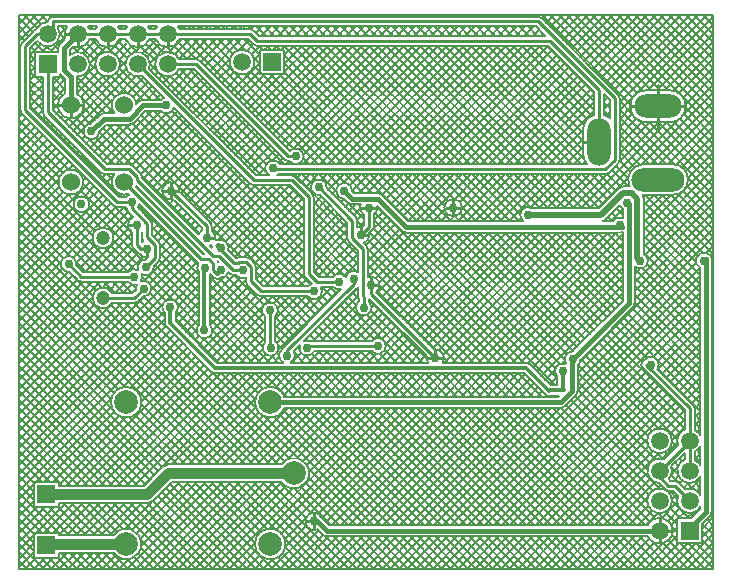
<source format=gbl>
%FSLAX24Y24*%
%MOIN*%
G70*
G01*
G75*
G04 Layer_Physical_Order=2*
G04 Layer_Color=16711680*
%ADD10C,0.0080*%
%ADD11R,0.0571X0.0217*%
%ADD12R,0.0236X0.0571*%
%ADD13R,0.0551X0.0591*%
%ADD14O,0.0984X0.0276*%
%ADD15R,0.0591X0.0551*%
%ADD16R,0.1299X0.1063*%
%ADD17R,0.0394X0.1063*%
%ADD18R,0.0571X0.0236*%
%ADD19O,0.0768X0.0236*%
%ADD20O,0.0236X0.0768*%
%ADD21C,0.0100*%
%ADD22C,0.0150*%
%ADD23C,0.0120*%
%ADD24C,0.0200*%
%ADD25R,0.0591X0.0591*%
%ADD26C,0.0591*%
%ADD27C,0.0472*%
%ADD28C,0.0600*%
%ADD29C,0.0787*%
%ADD30O,0.0787X0.1575*%
%ADD31O,0.1575X0.0787*%
%ADD32O,0.1772X0.0787*%
%ADD33R,0.0591X0.0591*%
%ADD34C,0.0300*%
%ADD35C,0.0350*%
D10*
X23854Y31068D02*
G03*
X24780Y31358I418J290D01*
G01*
D02*
G03*
X23854Y31648I-509J0D01*
G01*
X24972Y32722D02*
G03*
X25177Y32807I0J290D01*
G01*
X24972Y32722D02*
G03*
X25177Y32807I0J290D01*
G01*
X24780Y36083D02*
G03*
X24780Y36083I-509J0D01*
G01*
X25680Y34010D02*
G03*
X25475Y33926I0J-290D01*
G01*
X25565Y38710D02*
G03*
X25616Y38586I175J0D01*
G01*
X25565Y38710D02*
G03*
X25616Y38586I175J0D01*
G01*
X25680Y34010D02*
G03*
X25475Y33926I0J-290D01*
G01*
X25915Y39051D02*
G03*
X26005Y39250I-175J199D01*
G01*
X22663Y40143D02*
G03*
X22780Y40095I117J117D01*
G01*
X22663Y40143D02*
G03*
X22780Y40095I117J117D01*
G01*
X23808Y39727D02*
G03*
X23808Y39397I-310J-165D01*
G01*
X22615Y40690D02*
G03*
X22380Y40427I-265J0D01*
G01*
X22613Y40660D02*
G03*
X22615Y40690I-263J30D01*
G01*
X23849Y41561D02*
G03*
X23849Y41561I-351J0D01*
G01*
X24333Y40095D02*
G03*
X24624Y40009I207J165D01*
G01*
X24541Y39397D02*
G03*
X24658Y39445I0J165D01*
G01*
X24541Y39397D02*
G03*
X24658Y39445I0J165D01*
G01*
X24624Y40009D02*
G03*
X24587Y39840I226J-139D01*
G01*
X24766Y40121D02*
G03*
X24805Y40260I-226J139D01*
G01*
X24671Y40491D02*
G03*
X24333Y40425I-131J-231D01*
G01*
X24805Y40260D02*
G03*
X24789Y40349I-265J0D01*
G01*
X24945Y40844D02*
G03*
X24671Y40491I-25J-264D01*
G01*
X24820Y39607D02*
G03*
X25115Y39870I30J263D01*
G01*
X26005Y39250D02*
G03*
X25565Y39051I-265J0D01*
G01*
X25115Y39870D02*
G03*
X24766Y40121I-265J0D01*
G01*
X24789Y40349D02*
G03*
X25185Y40580I131J231D01*
G01*
X24640Y41077D02*
G03*
X24714Y41034I117J117D01*
G01*
X24455Y41330D02*
G03*
X24503Y41213I165J0D01*
G01*
X24455Y41330D02*
G03*
X24503Y41213I165J0D01*
G01*
X24714Y41034D02*
G03*
X25010Y40909I242J160D01*
G01*
X24640Y41077D02*
G03*
X24714Y41034I117J117D01*
G01*
X24849Y41463D02*
G03*
X24785Y41428I107J-270D01*
G01*
X24508Y42258D02*
G03*
X24455Y41752I112J-268D01*
G01*
X24795Y41586D02*
G03*
X24843Y41469I165J0D01*
G01*
X24795Y41586D02*
G03*
X24843Y41469I165J0D01*
G01*
X25185Y40580D02*
G03*
X25183Y40615I-265J0D01*
G01*
X25353Y40785D02*
G03*
X25401Y40902I-117J117D01*
G01*
X25353Y40785D02*
G03*
X25401Y40902I-117J117D01*
G01*
X26653Y40733D02*
G03*
X26677Y40714I117J117D01*
G01*
X26653Y40733D02*
G03*
X26677Y40714I117J117D01*
G01*
X25401Y41310D02*
G03*
X25353Y41426I-165J0D01*
G01*
X25401Y41310D02*
G03*
X25353Y41426I-165J0D01*
G01*
X26705Y38679D02*
G03*
X27145Y38480I175J-199D01*
G01*
X27096Y37106D02*
G03*
X27220Y37055I124J124D01*
G01*
X27096Y37106D02*
G03*
X27220Y37055I124J124D01*
G01*
X27145Y38480D02*
G03*
X27055Y38679I-265J0D01*
G01*
X29583Y31358D02*
G03*
X29583Y31358I-509J0D01*
G01*
X29547Y36273D02*
G03*
X29547Y35893I-472J-190D01*
G01*
X30371Y33720D02*
G03*
X29444Y34010I-509J0D01*
G01*
Y33430D02*
G03*
X30371Y33720I418J290D01*
G01*
X29752Y37405D02*
G03*
X29895Y37640I-122J235D01*
G01*
X28900Y38085D02*
G03*
X29350Y37895I185J-190D01*
G01*
D02*
G03*
X29230Y38117I-265J0D01*
G01*
X29483Y37860D02*
G03*
X29508Y37405I147J-220D01*
G01*
X29523Y37927D02*
G03*
X29483Y37860I117J-117D01*
G01*
X29523Y37927D02*
G03*
X29483Y37860I117J-117D01*
G01*
X29895Y37640D02*
G03*
X29850Y37787I-265J0D01*
G01*
X30055Y37992D02*
G03*
X30547Y37795I245J-102D01*
G01*
X26677Y40714D02*
G03*
X26705Y40391I223J-144D01*
G01*
X27057Y41300D02*
G03*
X27109Y41327I-107J270D01*
G01*
D02*
G03*
X27131Y41227I164J-17D01*
G01*
X27109Y41327D02*
G03*
X27131Y41227I164J-17D01*
G01*
X26785Y41808D02*
G03*
X26680Y41677I165J-238D01*
G01*
X27193Y40233D02*
G03*
X27427Y40233I117J117D01*
G01*
X27193D02*
G03*
X27427Y40233I117J117D01*
G01*
X27240Y41570D02*
G03*
X27115Y41808I-290J0D01*
G01*
X27334Y40746D02*
G03*
X27317Y40779I-154J-60D01*
G01*
X27231Y41497D02*
G03*
X27240Y41570I-281J73D01*
G01*
X27403Y41504D02*
G03*
X27231Y41497I-80J-144D01*
G01*
X27403Y41504D02*
G03*
X27231Y41497I-80J-144D01*
G01*
X29330Y39145D02*
G03*
X28900Y38938I-265J0D01*
G01*
X29230D02*
G03*
X29330Y39145I-165J207D01*
G01*
X28643Y39663D02*
G03*
X28760Y39615I117J117D01*
G01*
X28643Y39663D02*
G03*
X28760Y39615I117J117D01*
G01*
X27428Y40235D02*
G03*
X27683Y40413I4J265D01*
G01*
X27732Y40363D02*
G03*
X27848Y40315I117J117D01*
G01*
X27732Y40363D02*
G03*
X27848Y40315I117J117D01*
G01*
X28265Y40110D02*
G03*
X28313Y39993I165J0D01*
G01*
X28265Y40110D02*
G03*
X28313Y39993I165J0D01*
G01*
X27943Y40315D02*
G03*
X28265Y40241I207J165D01*
G01*
X27334Y40746D02*
G03*
X27317Y40779I-154J-60D01*
G01*
X27685Y41240D02*
G03*
X27403Y41504I-265J0D01*
G01*
X27668Y41148D02*
G03*
X27685Y41240I-248J92D01*
G01*
X28383Y40877D02*
G03*
X28266Y40925I-117J-117D01*
G01*
X28034D02*
G03*
X27929Y40887I0J-165D01*
G01*
X28034Y40925D02*
G03*
X27929Y40887I0J-165D01*
G01*
X28595Y40596D02*
G03*
X28547Y40713I-165J0D01*
G01*
X28595Y40596D02*
G03*
X28547Y40713I-165J0D01*
G01*
X28383Y40877D02*
G03*
X28266Y40925I-117J-117D01*
G01*
X22843Y43420D02*
G03*
X22843Y43420I-415J0D01*
G01*
X23045Y42680D02*
G03*
X23045Y42680I-265J0D01*
G01*
X21485Y45750D02*
G03*
X21533Y45633I165J0D01*
G01*
X20745Y45820D02*
G03*
X20793Y45703I165J0D01*
G01*
X20745Y45820D02*
G03*
X20793Y45703I165J0D01*
G01*
X21485Y45750D02*
G03*
X21533Y45633I165J0D01*
G01*
X22238Y46376D02*
G03*
X22868Y45979I190J-397D01*
G01*
X23863Y42633D02*
G03*
X23980Y42585I117J117D01*
G01*
X23863Y42633D02*
G03*
X23980Y42585I117J117D01*
G01*
X23433Y43733D02*
G03*
X23550Y43685I117J117D01*
G01*
X23433Y43733D02*
G03*
X23550Y43685I117J117D01*
G01*
X24285Y42543D02*
G03*
X24333Y42432I165J6D01*
G01*
X24243Y42585D02*
G03*
X24285Y42543I207J165D01*
G01*
D02*
G03*
X24333Y42432I165J6D01*
G01*
X24653Y42579D02*
G03*
X24706Y42681I-203J171D01*
G01*
X24381Y43006D02*
G03*
X24243Y42915I69J-256D01*
G01*
X23881Y43685D02*
G03*
X24353Y43034I319J-265D01*
G01*
X24795Y43598D02*
G03*
X24747Y43715I-165J0D01*
G01*
X24795Y43598D02*
G03*
X24747Y43715I-165J0D01*
G01*
X23106Y45375D02*
G03*
X23375Y45106I4J-265D01*
G01*
X22868Y45979D02*
G03*
X22618Y46376I-440J0D01*
G01*
X23529Y45719D02*
G03*
X23394Y45663I0J-190D01*
G01*
X23529Y45719D02*
G03*
X23395Y45663I0J-190D01*
G01*
X24495Y43967D02*
G03*
X24378Y44015I-117J-117D01*
G01*
X24495Y43967D02*
G03*
X24378Y44015I-117J-117D01*
G01*
X24386Y45339D02*
G03*
X24521Y45395I0J190D01*
G01*
X24386Y45339D02*
G03*
X24521Y45395I0J190D01*
G01*
X24613Y46024D02*
G03*
X23877Y45719I-413J-45D01*
G01*
X24832Y46165D02*
G03*
X24698Y46109I0J-190D01*
G01*
X24832Y46165D02*
G03*
X24697Y46109I0J-190D01*
G01*
X22065Y48034D02*
G03*
X22010Y47900I134J-134D01*
G01*
X20793Y48067D02*
G03*
X20745Y47950I117J-117D01*
G01*
X20793Y48067D02*
G03*
X20745Y47950I117J-117D01*
G01*
X21272Y48511D02*
G03*
X21193Y48467I37J-161D01*
G01*
X21272Y48511D02*
G03*
X21193Y48467I37J-161D01*
G01*
X21665Y48760D02*
G03*
X21272Y48511I-15J-410D01*
G01*
X21312Y48118D02*
G03*
X22060Y48350I338J232D01*
G01*
X22066Y48034D02*
G03*
X22010Y47900I134J-135D01*
G01*
X22060Y48350D02*
G03*
X21995Y48572I-410J0D01*
G01*
X22301Y48610D02*
G03*
X22239Y48207I349J-260D01*
G01*
X21830Y48940D02*
G03*
X21665Y48775I0J-165D01*
G01*
X21830Y48940D02*
G03*
X21665Y48775I0J-165D01*
G01*
X22618Y46941D02*
G03*
X23060Y47350I32J409D01*
G01*
D02*
G03*
X22390Y47667I-410J0D01*
G01*
X24060Y47350D02*
G03*
X24060Y47350I-410J0D01*
G01*
X22507Y47939D02*
G03*
X23053Y48185I143J411D01*
G01*
Y48515D02*
G03*
X22999Y48610I-403J-165D01*
G01*
X23301D02*
G03*
X23247Y48515I349J-260D01*
G01*
Y48185D02*
G03*
X24053Y48185I403J165D01*
G01*
Y48515D02*
G03*
X23999Y48610I-403J-165D01*
G01*
X24301D02*
G03*
X24247Y48515I349J-260D01*
G01*
X25125Y42039D02*
G03*
X25077Y42156I-165J0D01*
G01*
X25125Y42039D02*
G03*
X25077Y42156I-165J0D01*
G01*
X25833Y42823D02*
G03*
X25906Y42781I117J117D01*
G01*
X25833Y42823D02*
G03*
X25906Y42781I117J117D01*
G01*
X26047Y43091D02*
G03*
X26050Y43130I-287J39D01*
G01*
X26097Y43057D02*
G03*
X26047Y43091I-117J-117D01*
G01*
X26097Y43057D02*
G03*
X26047Y43091I-117J-117D01*
G01*
X26050Y43130D02*
G03*
X25812Y42845I-290J0D01*
G01*
X25425Y45785D02*
G03*
X25865Y45902I185J190D01*
G01*
X25537Y46229D02*
G03*
X25425Y46165I73J-255D01*
G01*
X25032Y47201D02*
G03*
X25060Y47350I-382J149D01*
G01*
X27115Y41970D02*
G03*
X27067Y42087I-165J0D01*
G01*
X27115Y41970D02*
G03*
X27067Y42087I-165J0D01*
G01*
X28403Y43363D02*
G03*
X28520Y43315I117J117D01*
G01*
X28403Y43363D02*
G03*
X28520Y43315I117J117D01*
G01*
X29292Y43645D02*
G03*
X29348Y43684I-122J235D01*
G01*
X29399Y44014D02*
G03*
X29048Y43645I-229J-134D01*
G01*
X29913Y43597D02*
G03*
X29796Y43645I-117J-117D01*
G01*
X29913Y43597D02*
G03*
X29796Y43645I-117J-117D01*
G01*
X26727Y47467D02*
G03*
X26610Y47515I-117J-117D01*
G01*
X26727Y47467D02*
G03*
X26610Y47515I-117J-117D01*
G01*
X29563Y44163D02*
G03*
X29680Y44115I117J117D01*
G01*
X29713D02*
G03*
X30185Y44280I207J165D01*
G01*
X29563Y44163D02*
G03*
X29680Y44115I117J117D01*
G01*
X30185Y44280D02*
G03*
X29729Y44464I-265J0D01*
G01*
X25060Y47350D02*
G03*
X24799Y46968I-410J0D01*
G01*
X26026Y47515D02*
G03*
X26026Y47185I-376J-165D01*
G01*
X24247Y48185D02*
G03*
X25053Y48185I403J165D01*
G01*
X25301Y48610D02*
G03*
X25247Y48515I349J-260D01*
G01*
Y48185D02*
G03*
X26053Y48185I403J165D01*
G01*
X28544Y47421D02*
G03*
X28544Y47421I-410J0D01*
G01*
X25053Y48515D02*
G03*
X24999Y48610I-403J-165D01*
G01*
X26053Y48515D02*
G03*
X25999Y48610I-403J-165D01*
G01*
X28513Y48013D02*
G03*
X28630Y47965I117J117D01*
G01*
X28513Y48013D02*
G03*
X28630Y47965I117J117D01*
G01*
X28527Y48467D02*
G03*
X28410Y48515I-117J-117D01*
G01*
X28527Y48467D02*
G03*
X28410Y48515I-117J-117D01*
G01*
X30798Y32221D02*
G03*
X30640Y31842I-268J-111D01*
G01*
X30815Y31666D02*
G03*
X30950Y31610I135J134D01*
G01*
X30816Y31666D02*
G03*
X30950Y31610I134J134D01*
G01*
X38256Y36326D02*
G03*
X38478Y36305I124J124D01*
G01*
X38757Y35893D02*
G03*
X38891Y35948I0J190D01*
G01*
X38757Y35893D02*
G03*
X38891Y35949I0J190D01*
G01*
X38256Y36326D02*
G03*
X38478Y36305I124J124D01*
G01*
X39259Y36317D02*
G03*
X39315Y36451I-134J134D01*
G01*
X39259Y36316D02*
G03*
X39315Y36451I-134J135D01*
G01*
X30422Y38125D02*
G03*
X30198Y38135I-122J-235D01*
G01*
X32925Y37960D02*
G03*
X32453Y38125I-265J0D01*
G01*
Y37795D02*
G03*
X32925Y37960I207J165D01*
G01*
X32455Y39240D02*
G03*
X32365Y39439I-265J0D01*
G01*
X32035Y39455D02*
G03*
X32455Y39240I155J-215D01*
G01*
X34285Y37612D02*
G03*
X34325Y37405I285J-52D01*
G01*
X37724Y37354D02*
G03*
X37600Y37405I-124J-124D01*
G01*
X37724Y37354D02*
G03*
X37600Y37405I-124J-124D01*
G01*
X38931Y37361D02*
G03*
X38645Y36921I-111J-241D01*
G01*
X39315Y37303D02*
G03*
X39415Y37506I-165J207D01*
G01*
X39146Y37775D02*
G03*
X38931Y37361I4J-265D01*
G01*
X34815Y37405D02*
G03*
X34860Y37560I-245J155D01*
G01*
D02*
G03*
X34518Y37845I-290J0D01*
G01*
X41658Y31610D02*
G03*
X42485Y31800I392J190D01*
G01*
D02*
G03*
X41658Y31990I-435J0D01*
G01*
X42223Y33183D02*
G03*
X42340Y33135I117J117D01*
G01*
X42223Y33183D02*
G03*
X42340Y33135I117J117D01*
G01*
X42199Y34182D02*
G03*
X42015Y33391I-149J-382D01*
G01*
X42460Y33800D02*
G03*
X42432Y33949I-410J0D01*
G01*
X42460Y32800D02*
G03*
X42460Y32800I-410J0D01*
G01*
X42352Y33522D02*
G03*
X42460Y33800I-302J278D01*
G01*
X42668Y32949D02*
G03*
X43410Y32603I382J-149D01*
G01*
X43734Y32296D02*
G03*
X43790Y32430I-134J134D01*
G01*
X43734Y32295D02*
G03*
X43790Y32430I-134J135D01*
G01*
X42667Y33417D02*
G03*
X42550Y33465I-117J-117D01*
G01*
X42667Y33417D02*
G03*
X42550Y33465I-117J-117D01*
G01*
X43410Y32997D02*
G03*
X42901Y33182I-360J-197D01*
G01*
X42885Y34176D02*
G03*
X43410Y33603I165J-376D01*
G01*
Y33997D02*
G03*
X43215Y34176I-360J-197D01*
G01*
Y34424D02*
G03*
X43410Y34603I-165J376D01*
G01*
X41164Y39255D02*
G03*
X41220Y39390I-134J135D01*
G01*
X41483Y37447D02*
G03*
X41483Y37213I117J-117D01*
G01*
X41164Y39256D02*
G03*
X41220Y39390I-134J134D01*
G01*
X42460Y34800D02*
G03*
X42460Y34800I-410J0D01*
G01*
X42885Y35176D02*
G03*
X42668Y34651I165J-376D01*
G01*
X43215Y35880D02*
G03*
X43167Y35997I-165J0D01*
G01*
X43215Y35880D02*
G03*
X43167Y35997I-165J0D01*
G01*
X43410Y34997D02*
G03*
X43215Y35176I-360J-197D01*
G01*
X41483Y37447D02*
G03*
X41483Y37213I117J-117D01*
G01*
X42025Y37340D02*
G03*
X41542Y37490I-265J0D01*
G01*
D02*
G03*
X41493Y37457I68J-150D01*
G01*
X41542Y37490D02*
G03*
X41493Y37457I68J-150D01*
G01*
X41976Y37187D02*
G03*
X42025Y37340I-216J153D01*
G01*
X30453Y40034D02*
G03*
X30323Y39945I77J-254D01*
G01*
Y39615D02*
G03*
X30795Y39780I207J165D01*
G01*
D02*
G03*
X30758Y39915I-265J0D01*
G01*
X30185Y40370D02*
G03*
X30233Y40253I165J0D01*
G01*
X30185Y40370D02*
G03*
X30233Y40253I165J0D01*
G01*
X31180Y39915D02*
G03*
X31441Y39845I190J185D01*
G01*
X31589Y40249D02*
G03*
X31148Y40245I-219J-149D01*
G01*
X31985Y40428D02*
G03*
X31589Y40249I-135J-228D01*
G01*
X30515Y42926D02*
G03*
X30467Y43043I-165J0D01*
G01*
X30515Y42926D02*
G03*
X30467Y43043I-165J0D01*
G01*
X30955Y43250D02*
G03*
X30720Y42987I-265J0D01*
G01*
X30953Y43220D02*
G03*
X30955Y43250I-263J30D01*
G01*
X31645Y41544D02*
G03*
X31693Y41427I165J0D01*
G01*
X31645Y41544D02*
G03*
X31693Y41427I165J0D01*
G01*
X31975Y42130D02*
G03*
X31927Y42247I-165J0D01*
G01*
X31975Y42130D02*
G03*
X31927Y42247I-165J0D01*
G01*
X31666Y42736D02*
G03*
X31800Y42680I135J134D01*
G01*
X31805Y43134D02*
G03*
X31537Y42865I-265J-4D01*
G01*
X31666Y42736D02*
G03*
X31800Y42680I134J134D01*
G01*
X31985Y39630D02*
G03*
X32033Y39513I165J0D01*
G01*
X31985Y39630D02*
G03*
X32033Y39513I165J0D01*
G01*
X32197Y41390D02*
G03*
X32380Y41660I-107J270D01*
G01*
X32315Y41204D02*
G03*
X32267Y41321I-165J0D01*
G01*
X32315Y41204D02*
G03*
X32267Y41321I-165J0D01*
G01*
X32380Y41660D02*
G03*
X32375Y41712I-290J0D01*
G01*
X32720Y39980D02*
G03*
X32315Y40246I-290J0D01*
G01*
X32610Y39753D02*
G03*
X32720Y39980I-180J227D01*
G01*
X33455Y41796D02*
G03*
X33590Y41740I135J134D01*
G01*
X33456Y41796D02*
G03*
X33590Y41740I134J134D01*
G01*
X32477Y41813D02*
G03*
X32525Y41930I-117J117D01*
G01*
X32477Y41813D02*
G03*
X32525Y41930I-117J117D01*
G01*
X32142Y41945D02*
G03*
X31975Y41926I-52J-285D01*
G01*
X32082Y42680D02*
G03*
X32195Y42325I268J-110D01*
G01*
X32525Y42339D02*
G03*
X32640Y42570I-175J231D01*
G01*
D02*
G03*
X32637Y42615I-290J0D01*
G01*
X32785Y43004D02*
G03*
X32650Y43060I-135J-134D01*
G01*
X32784Y43004D02*
G03*
X32650Y43060I-134J-134D01*
G01*
X35460Y42570D02*
G03*
X35460Y42570I-290J0D01*
G01*
X37825Y42545D02*
G03*
X37508Y42120I-155J-215D01*
G01*
X40159D02*
G03*
X40265Y42178I-46J210D01*
G01*
X40159Y42120D02*
G03*
X40265Y42178I-46J210D01*
G01*
X40642Y41740D02*
G03*
X40828Y41744I88J250D01*
G01*
X40840Y42231D02*
G03*
X40499Y42120I-110J-241D01*
G01*
X39498Y44372D02*
G03*
X39636Y44014I534J0D01*
G01*
X40843Y43275D02*
G03*
X40691Y43212I0J-215D01*
G01*
X40843Y43275D02*
G03*
X40691Y43212I0J-215D01*
G01*
X40248Y43684D02*
G03*
X40365Y43732I0J165D01*
G01*
X40248Y43684D02*
G03*
X40365Y43732I0J165D01*
G01*
X40672Y44039D02*
G03*
X40720Y44156I-117J117D01*
G01*
X40672Y44039D02*
G03*
X40720Y44156I-117J117D01*
G01*
X41665Y40800D02*
G03*
X41525Y41034I-265J0D01*
G01*
X41220Y40606D02*
G03*
X41665Y40800I180J194D01*
G01*
X43608Y41050D02*
G03*
X43410Y40559I-88J-250D01*
G01*
X43790Y40860D02*
G03*
X43608Y41050I-190J0D01*
G01*
X43790Y40860D02*
G03*
X43608Y41050I-190J0D01*
G01*
X40730Y42642D02*
G03*
X40840Y42505I250J88D01*
G01*
X41525Y42867D02*
G03*
X41480Y42998I-215J0D01*
G01*
X41525Y42867D02*
G03*
X41480Y42998I-215J0D01*
G01*
X41508Y44015D02*
G03*
X41055Y43275I0J-509D01*
G01*
X42492Y42998D02*
G03*
X43001Y43506I0J509D01*
G01*
D02*
G03*
X42492Y44015I-509J0D01*
G01*
X38116Y48892D02*
G03*
X37999Y48940I-117J-117D01*
G01*
X38116Y48892D02*
G03*
X37999Y48940I-117J-117D01*
G01*
X39866Y45667D02*
G03*
X39498Y45160I165J-508D01*
G01*
X40390Y45555D02*
G03*
X40196Y45667I-359J-395D01*
G01*
X41606Y46481D02*
G03*
X41606Y45414I0J-534D01*
G01*
X42394D02*
G03*
X42927Y45947I0J534D01*
G01*
D02*
G03*
X42394Y46481I-534J0D01*
G01*
X40720Y46219D02*
G03*
X40672Y46336I-165J0D01*
G01*
X40720Y46219D02*
G03*
X40672Y46336I-165J0D01*
G01*
X20686Y30791D02*
X20949Y30528D01*
X20686Y31074D02*
X21232Y30528D01*
X20686Y30585D02*
X21204Y31103D01*
X20686Y30585D02*
X21204Y31103D01*
X20912Y30528D02*
X21281Y30898D01*
X21195Y30528D02*
X21564Y30898D01*
X20686Y31640D02*
X21204Y31122D01*
X20686Y31357D02*
X21515Y30528D01*
X20686Y30868D02*
X21204Y31386D01*
X20686Y31923D02*
X21204Y31405D01*
X20686Y31151D02*
X21204Y31669D01*
X20686Y32206D02*
X21204Y31688D01*
X20686Y32489D02*
X21456Y31719D01*
X21204Y30898D02*
Y31719D01*
Y31669D02*
X21253Y31719D01*
X20686Y32000D02*
X21288Y32602D01*
X20686Y31717D02*
X21571Y32602D01*
X20686Y32771D02*
X21739Y31719D01*
X21477Y30528D02*
X21847Y30898D01*
X21711D02*
X22080Y30528D01*
X21428Y30898D02*
X21798Y30528D01*
X21204Y30898D02*
X22024D01*
X21760Y30528D02*
X22300Y31068D01*
X21994Y30898D02*
X22363Y30528D01*
X22024Y31648D02*
Y31719D01*
Y31068D02*
X23854D01*
X22024Y31716D02*
X22092Y31648D01*
X20686Y31434D02*
X21854Y32602D01*
X21421D02*
X22375Y31648D01*
X20686Y33054D02*
X22022Y31719D01*
X21204D02*
X22024D01*
X21253D02*
X22257Y32722D01*
X21704Y32602D02*
X22658Y31648D01*
X21987Y32602D02*
X22940Y31648D01*
X21536Y31719D02*
X22539Y32722D01*
X21819Y31719D02*
X22822Y32722D01*
X21819Y31719D02*
X22822Y32722D01*
X20686Y32565D02*
X21204Y33083D01*
X20686Y32282D02*
X21204Y32800D01*
X20686Y32848D02*
X21204Y33366D01*
X20686Y33337D02*
X21204Y32819D01*
Y32602D02*
Y33422D01*
Y32602D02*
X22024D01*
X21204Y33366D02*
X21260Y33422D01*
X22024Y33413D02*
X22135Y33302D01*
X21204Y33422D02*
X22024D01*
X20686Y35034D02*
X22418Y33302D01*
X20686Y35317D02*
X22701Y33302D01*
X20686Y35600D02*
X22984Y33302D01*
X20686Y35883D02*
X23267Y33302D01*
X20686Y36525D02*
X23388Y39228D01*
X20686Y33903D02*
X21204Y33385D01*
X20686Y33620D02*
X21204Y33102D01*
X20686Y34186D02*
X21449Y33422D01*
X20686Y34468D02*
X21732Y33422D01*
X20686Y34751D02*
X22015Y33422D01*
X20686Y36448D02*
X23832Y33302D01*
X20686Y36731D02*
X24115Y33302D01*
X20686Y37014D02*
X24398Y33302D01*
X20686Y37297D02*
X24681Y33302D01*
X20686Y36166D02*
X23550Y33302D01*
X20686Y33131D02*
X23785Y36230D01*
X21260Y33422D02*
X23782Y35944D01*
X21826Y33422D02*
X24036Y35632D01*
X21543Y33422D02*
X23879Y35759D01*
X20686Y38711D02*
X25473Y33924D01*
X20686Y33697D02*
X25598Y38608D01*
X20686Y38994D02*
X23809Y35870D01*
X20686Y33979D02*
X25565Y38859D01*
X20686Y34262D02*
X25522Y39099D01*
X20686Y37580D02*
X24908Y33358D01*
X20686Y33414D02*
X25737Y38465D01*
X20686Y37863D02*
X25049Y33499D01*
X20686Y38145D02*
X25191Y33641D01*
X20686Y38428D02*
X25332Y33782D01*
X22106Y31068D02*
X22646Y30528D01*
X22326D02*
X22866Y31068D01*
X22024Y30898D02*
Y31068D01*
X22043Y30528D02*
X22583Y31068D01*
X22892Y30528D02*
X23432Y31068D01*
X23457Y30528D02*
X23920Y30991D01*
X22389Y31068D02*
X22929Y30528D01*
X22672Y31068D02*
X23212Y30528D01*
X22609D02*
X23149Y31068D01*
X22150Y32722D02*
X23223Y31648D01*
X22433Y32722D02*
X23506Y31648D01*
X22032D02*
X23105Y32722D01*
X22024Y31648D02*
X23854D01*
X23174Y30528D02*
X23714Y31068D01*
X23238D02*
X23777Y30528D01*
X22955Y31068D02*
X23495Y30528D01*
X22715Y32722D02*
X23789Y31648D01*
X22597D02*
X23671Y32722D01*
X23520Y31068D02*
X24060Y30528D01*
X23740D02*
X24094Y30882D01*
X23803Y31068D02*
X24343Y30528D01*
X24674Y31046D02*
X25192Y30528D01*
X24766Y31237D02*
X25474Y30528D01*
X24023D02*
X24350Y30856D01*
X24304Y30851D02*
X24626Y30528D01*
X24522Y30915D02*
X24909Y30528D01*
X23729Y31648D02*
X24802Y32722D01*
X23847D02*
X26040Y30528D01*
X22880Y31648D02*
X23954Y32722D01*
X23446Y31648D02*
X24519Y32722D01*
X23163Y31648D02*
X24237Y32722D01*
X24130D02*
X26323Y30528D01*
X24412Y32722D02*
X26606Y30528D01*
X24747Y31538D02*
X25757Y30528D01*
X24748Y31536D02*
X26642Y33430D01*
X22314Y31648D02*
X23388Y32722D01*
X22998D02*
X23960Y31760D01*
X22024Y32602D02*
Y32722D01*
X24972D01*
X23281D02*
X24151Y31852D01*
X23564Y32722D02*
X24452Y31834D01*
X24228Y31865D02*
X25136Y32773D01*
X22024Y33302D02*
Y33422D01*
Y33302D02*
X24852D01*
X22024Y33338D02*
X24260Y35574D01*
X24059Y35620D02*
X25670Y34010D01*
X24852Y33302D02*
X25475Y33926D01*
X25565Y38710D02*
Y39051D01*
X24472Y31826D02*
X26077Y33430D01*
X22271Y33302D02*
X26586Y37617D01*
X24378Y35585D02*
X25952Y34010D01*
X24573Y35673D02*
X26235Y34010D01*
X25177Y32807D02*
X25801Y33430D01*
X24639Y31710D02*
X26359Y33430D01*
X24708Y35821D02*
X26518Y34010D01*
X24780Y36094D02*
X26444Y37758D01*
X24596Y36475D02*
X26162Y38041D01*
X24722Y36319D02*
X26303Y37900D01*
X24125Y36570D02*
X25879Y38324D01*
X24410Y36572D02*
X26020Y38182D01*
X26409Y38288D02*
X26615Y38495D01*
X26550Y38147D02*
X26694Y38291D01*
X25915Y38782D02*
Y39051D01*
X25957Y39097D02*
X26619Y38435D01*
X26126Y38571D02*
X26705Y39150D01*
X20686Y37091D02*
X23147Y39551D01*
X20686Y36808D02*
X23222Y39344D01*
X20686Y37939D02*
X22842Y40095D01*
X20686Y37656D02*
X23124Y40095D01*
X22979D02*
X23257Y39817D01*
X20686Y37374D02*
X23407Y40095D01*
X23262D02*
X23448Y39909D01*
X20686Y38505D02*
X22494Y40313D01*
X20686Y38222D02*
X22635Y40171D01*
X20686Y39071D02*
X22142Y40526D01*
X20686Y38788D02*
X22324Y40426D01*
X20686Y30528D02*
Y48999D01*
Y39353D02*
X22095Y40763D01*
X22380Y40427D02*
X22663Y40143D01*
X22366Y40425D02*
X23155Y39637D01*
X20686Y39919D02*
X23632Y42865D01*
X20686Y35677D02*
X24406Y39397D01*
X20686Y34545D02*
X25497Y39357D01*
X20686Y39277D02*
X23774Y36189D01*
X20686Y35959D02*
X24123Y39397D01*
X20686Y36242D02*
X23840Y39397D01*
X20686Y35394D02*
X24902Y39610D01*
X20686Y39560D02*
X23862Y36384D01*
X23808Y39397D02*
X24541D01*
X23808Y39727D02*
X24473D01*
X20686Y35111D02*
X26481Y40906D01*
X20686Y34828D02*
X26622Y40764D01*
X20686Y39636D02*
X23773Y42724D01*
X20686Y39842D02*
X24010Y36519D01*
X20686Y40125D02*
X24222Y36589D01*
X23545Y40095D02*
X23913Y39727D01*
X23508Y39913D02*
X23690Y40095D01*
X22780D02*
X24333D01*
X23715Y39837D02*
X23973Y40095D01*
X20686Y42105D02*
X22085Y40706D01*
X20686Y42388D02*
X22180Y40894D01*
X22514Y40898D02*
X23148Y41532D01*
X22613Y40660D02*
X22848Y40425D01*
X22609Y40748D02*
X22932Y40425D01*
X22727Y40546D02*
X23404Y41223D01*
X22614Y40716D02*
X23231Y41333D01*
X20686Y41616D02*
X22167Y43098D01*
X20686Y41051D02*
X23066Y43431D01*
X20686Y41899D02*
X22046Y43259D01*
X20686Y44085D02*
X23151Y41620D01*
X20686Y44368D02*
X23247Y41807D01*
X20686Y40485D02*
X22650Y42449D01*
X20686Y42954D02*
X23215Y40425D01*
X20686Y41333D02*
X22363Y43010D01*
X20686Y40768D02*
X22525Y42607D01*
X20686Y42671D02*
X22408Y40949D01*
X22848Y40425D02*
X24333D01*
X22889D02*
X24349Y41886D01*
X23172Y40425D02*
X24455Y41708D01*
X23454Y40425D02*
X24455Y41426D01*
X23737Y40425D02*
X24514Y41202D01*
X23726Y41828D02*
X24332Y42434D01*
X23556Y41215D02*
X24339Y40432D01*
X23743Y41311D02*
X24529Y40525D01*
X20686Y40202D02*
X23490Y43006D01*
X20686Y43237D02*
X23497Y40425D01*
X20686Y43519D02*
X23780Y40425D01*
X22277Y40945D02*
X23926Y42594D01*
X20686Y43802D02*
X24063Y40425D01*
X22748Y43155D02*
X24455Y41447D01*
X23029Y42590D02*
X24802Y40817D01*
X22895Y42441D02*
X23430Y41906D01*
X23527Y41912D02*
X24200Y42585D01*
X22837Y43348D02*
X24455Y41730D01*
X24170Y39727D02*
X24453Y40010D01*
X24453Y39727D02*
X24585Y39859D01*
X24473Y39727D02*
X24587Y39840D01*
X24488Y40000D02*
X24587Y39901D01*
X24658Y39445D02*
X24820Y39607D01*
X23827Y40095D02*
X24196Y39727D01*
X23887D02*
X24256Y40095D01*
X24110D02*
X24476Y39729D01*
X24303Y40425D02*
X24817Y40939D01*
X24020Y40425D02*
X24657Y41062D01*
X24805Y40249D02*
X24932Y40122D01*
X24881Y39607D02*
X25565Y38923D01*
X24709Y39496D02*
X25599Y38606D01*
X25061Y39710D02*
X25478Y39293D01*
X25985Y39352D02*
X26681Y38655D01*
X25985Y38713D02*
X26705Y39433D01*
X25102Y39952D02*
X25587Y39467D01*
X25915Y38926D02*
X26705Y39716D01*
X25007Y40330D02*
X25842Y39495D01*
X25051Y40042D02*
X26198Y41189D01*
X24861Y40135D02*
X26057Y41330D01*
X25157Y40462D02*
X26705Y38915D01*
Y38679D02*
Y40391D01*
X25110Y39818D02*
X26339Y41047D01*
X25633Y39493D02*
X26644Y40503D01*
X25394Y41356D02*
X26705Y40046D01*
X24503Y41213D02*
X24640Y41077D01*
X24945Y40844D02*
X25010Y40909D01*
X24455Y41330D02*
Y41752D01*
X23842Y41494D02*
X24670Y40667D01*
X23836Y41655D02*
X24473Y42292D01*
X24785Y41473D02*
X24817Y41504D01*
X24785Y41428D02*
Y41752D01*
X24795Y41586D02*
Y41759D01*
X25125Y41654D02*
Y42039D01*
X25183Y40615D02*
X25353Y40785D01*
X25401Y40902D02*
Y41310D01*
X24686Y42630D02*
X26652Y40664D01*
X24706Y42681D02*
X26653Y40733D01*
X25125Y41813D02*
X25349Y42037D01*
X25125Y41654D02*
X25353Y41426D01*
X24795Y43562D02*
X26680Y41677D01*
X25401Y41240D02*
X25774Y41613D01*
X25401Y40958D02*
X25915Y41472D01*
X25187Y41592D02*
X25491Y41896D01*
X25329Y41451D02*
X25632Y41754D01*
X26401Y41957D02*
X26565Y42122D01*
X24978Y32722D02*
X27172Y30528D01*
X25176Y32806D02*
X27454Y30528D01*
X24695Y32722D02*
X26889Y30528D01*
X24306D02*
X27208Y33430D01*
X25601Y33231D02*
X28303Y30528D01*
X27700D02*
X28567Y31396D01*
X25318Y32948D02*
X27737Y30528D01*
X25459Y33089D02*
X28020Y30528D01*
X25437D02*
X28339Y33430D01*
X23968Y33302D02*
X27721Y37055D01*
X24534Y33302D02*
X28287Y37055D01*
X22554Y33302D02*
X26727Y37475D01*
X22837Y33302D02*
X26869Y37334D01*
X24589Y30528D02*
X27491Y33430D01*
X24872Y30528D02*
X27774Y33430D01*
X24774Y31280D02*
X26925Y33430D01*
X26532D02*
X28567Y31395D01*
X25154Y30528D02*
X28056Y33430D01*
X25966D02*
X28869Y30528D01*
X26569D02*
X29455Y33415D01*
X25742Y33372D02*
X28586Y30528D01*
X20686D02*
X43842D01*
X26851D02*
X29605Y33282D01*
X27134Y30528D02*
X29819Y33214D01*
X27983Y30528D02*
X28609Y31154D01*
X28266Y30528D02*
X28726Y30988D01*
X27098Y33430D02*
X28766Y31762D01*
X25720Y30528D02*
X28622Y33430D01*
X26003Y30528D02*
X28905Y33430D01*
X26815D02*
X28634Y31612D01*
X26286Y30528D02*
X29188Y33430D01*
X26249D02*
X29151Y30528D01*
X27946Y33430D02*
X30848Y30528D01*
X27417D02*
X32781Y35893D01*
X27381Y33430D02*
X28958Y31853D01*
X28229Y33430D02*
X31131Y30528D01*
X27664Y33430D02*
X29263Y31831D01*
X23685Y33302D02*
X27438Y37055D01*
X24251Y33302D02*
X28004Y37055D01*
X23402Y33302D02*
X27165Y37064D01*
X23402Y33302D02*
X27165Y37064D01*
X24778Y36033D02*
X26801Y34010D01*
X24817Y33302D02*
X28570Y37055D01*
X27716D02*
X28578Y36193D01*
X26657Y34010D02*
X28586Y35940D01*
X26374Y34010D02*
X28586Y36222D01*
X23119Y33302D02*
X27010Y37192D01*
X25616Y38586D02*
X27096Y37106D01*
X26692Y38006D02*
X26902Y38216D01*
X26835Y38219D02*
X27649Y37405D01*
X27055Y38281D02*
X27932Y37405D01*
X27145Y38475D02*
X28215Y37405D01*
X25680Y34010D02*
X29444D01*
X25801Y33430D02*
X29444D01*
X26939Y34010D02*
X28685Y35756D01*
X25808Y34010D02*
X28853Y37055D01*
X28071Y34010D02*
X29953Y35893D01*
X28354Y34010D02*
X30236Y35893D01*
X27222Y34010D02*
X28842Y35630D01*
X27505Y34010D02*
X29069Y35574D01*
X27788Y34010D02*
X29670Y35893D01*
X26091Y34010D02*
X29135Y37055D01*
X27116Y37089D02*
X29993Y34212D01*
X27433Y37055D02*
X28608Y35880D01*
X27220Y37055D02*
X37528D01*
X27292Y37405D02*
X29508D01*
X27999Y37055D02*
X28667Y36387D01*
X28282Y37055D02*
X28816Y36521D01*
X28354Y37405D02*
X28821Y37872D01*
X28071Y37405D02*
X28900Y38234D01*
X27788Y37405D02*
X28900Y38517D01*
X29112Y30851D02*
X29434Y30528D01*
X29114D02*
X30425Y31840D01*
X28549Y30528D02*
X28900Y30880D01*
X28831Y30528D02*
X29160Y30857D01*
X29570Y31241D02*
X30283Y30528D01*
X29547Y31547D02*
X30566Y30528D01*
X29328Y30917D02*
X29717Y30528D01*
X29479Y31049D02*
X30000Y30528D01*
X29397D02*
X30675Y31806D01*
X29078Y33430D02*
X30270Y32238D01*
X28919Y34010D02*
X30802Y35893D01*
X28636Y34010D02*
X30519Y35893D01*
X29576Y31273D02*
X30275Y31972D01*
X29553Y31533D02*
X30285Y32264D01*
X29361Y33430D02*
X30415Y32376D01*
X28512Y33430D02*
X31414Y30528D01*
X28795Y33430D02*
X31697Y30528D01*
X28872Y35616D02*
X32498Y31990D01*
X29185Y35586D02*
X32781Y31990D01*
X29680Y30528D02*
X30816Y31665D01*
X29963Y30528D02*
X31044Y31610D01*
X29862Y33212D02*
X31084Y31990D01*
X30091Y33266D02*
X31367Y31990D01*
X29379Y35675D02*
X33064Y31990D01*
X29279Y31824D02*
X33347Y35893D01*
X29445Y31707D02*
X33630Y35893D01*
X29202Y34010D02*
X31084Y35893D01*
X29513Y35824D02*
X33347Y31990D01*
X29037Y31866D02*
X33064Y35893D01*
X29727D02*
X33630Y31990D01*
X30010Y35893D02*
X33912Y31990D01*
X29663Y34189D02*
X31367Y35893D01*
X29547D02*
X38757D01*
X29974Y34217D02*
X31650Y35893D01*
X28935Y36572D02*
X29418Y37055D01*
X28847D02*
X29630Y36273D01*
X28565Y37055D02*
X29030Y36589D01*
X28920Y37405D02*
X29154Y37639D01*
X29203Y37405D02*
X29373Y37575D01*
X29217Y36571D02*
X29701Y37055D01*
X29119Y37632D02*
X29346Y37405D01*
X29768D02*
X29800Y37437D01*
X28637Y37405D02*
X28920Y37688D01*
X29230Y38369D02*
X29598Y38001D01*
X29230Y38652D02*
X29739Y38143D01*
X29297Y37736D02*
X29366Y37667D01*
X29336Y37981D02*
X29467Y37849D01*
X29130Y37055D02*
X29913Y36273D01*
X29413Y37055D02*
X30195Y36273D01*
X29402Y36473D02*
X29984Y37055D01*
X29527Y36315D02*
X30267Y37055D01*
X29979D02*
X30761Y36273D01*
X30050D02*
X30832Y37055D01*
X29696D02*
X30478Y36273D01*
X29547D02*
X38678D01*
X29767D02*
X30550Y37055D01*
X29839Y37477D02*
X29912Y37405D01*
X29752D02*
X34325D01*
X29833Y37470D02*
X30091Y37727D01*
X29850Y37787D02*
X30055Y37992D01*
X29884Y37715D02*
X30194Y37405D01*
X30051D02*
X30273Y37626D01*
X29973Y37909D02*
X30039Y37843D01*
X29857Y37777D02*
X30046Y37966D01*
X25915Y38782D02*
X27292Y37405D01*
X25915Y38856D02*
X27366Y37405D01*
X25891Y39468D02*
X26705Y40281D01*
X26001Y39295D02*
X26705Y39999D01*
X26268Y38430D02*
X26705Y38867D01*
X27055Y38934D02*
X28265Y40144D01*
X27055Y39783D02*
X27523Y40251D01*
X27055Y39217D02*
X28066Y40229D01*
X27055Y39500D02*
X27870Y40315D01*
X20686Y40408D02*
X27084Y34010D01*
X20686Y41540D02*
X28215Y34010D01*
X20686Y40691D02*
X27366Y34010D01*
X20686Y40974D02*
X27649Y34010D01*
X27055Y38679D02*
Y40355D01*
X20686Y41257D02*
X27932Y34010D01*
X25401Y41067D02*
X26705Y39763D01*
X25235Y40667D02*
X26705Y39197D01*
X25374Y40811D02*
X26705Y39480D01*
X23573Y39218D02*
X28781Y34010D01*
X23753Y39321D02*
X29063Y34010D01*
X23960Y39397D02*
X29346Y34010D01*
X24243Y39397D02*
X29532Y34108D01*
X27055Y38847D02*
X28497Y37405D01*
X24526Y39397D02*
X29715Y34207D01*
X27055Y39130D02*
X28780Y37405D01*
X27258Y37440D02*
X28834Y39016D01*
X27055Y39413D02*
X29063Y37405D01*
X20686Y41822D02*
X28498Y34010D01*
X26975Y37723D02*
X28867Y39615D01*
X26833Y37864D02*
X28638Y39669D01*
X27055Y39696D02*
X28822Y37929D01*
X24636Y45509D02*
X30200Y39945D01*
X27055Y39979D02*
X28900Y38134D01*
X27116Y37581D02*
X29150Y39615D01*
X27069Y38666D02*
X28355Y39952D01*
X27144Y38458D02*
X28496Y39810D01*
X27055Y40262D02*
X28900Y38417D01*
X27055Y40066D02*
X27209Y40220D01*
X26838Y41015D02*
X26876D01*
X27057Y41300D02*
X27131Y41227D01*
X27064Y40362D02*
X27193Y40233D01*
X25125Y41909D02*
X26705Y40329D01*
X24594Y43289D02*
X26867Y41015D01*
X24779Y43669D02*
X26712Y41736D01*
X24586Y43267D02*
X26838Y41015D01*
X24596Y43295D02*
X26876Y41015D01*
X27115Y41808D02*
Y41970D01*
X26542Y41815D02*
X26707Y41980D01*
X26785Y41808D02*
Y41902D01*
X25906Y42781D02*
X26785Y41902D01*
X27115Y41899D02*
X27535Y41479D01*
X27317Y40779D02*
X27345Y40750D01*
X24240Y45339D02*
X29634Y39945D01*
X24491Y45371D02*
X29917Y39945D01*
X25209Y45785D02*
X30185Y40809D01*
X24777Y45651D02*
X30411Y40017D01*
X24926Y45785D02*
X30185Y40526D01*
X25991Y43306D02*
X29351Y39945D01*
X25562Y45714D02*
X30185Y41091D01*
X27115Y41823D02*
X28607Y43315D01*
X27228Y41653D02*
X28890Y43315D01*
X25784Y45775D02*
X30185Y41374D01*
X27506Y37405D02*
X28900Y38800D01*
X27506Y37405D02*
X28900Y38800D01*
Y38085D02*
Y38938D01*
X29230Y38117D02*
Y38938D01*
Y38935D02*
X29881Y38284D01*
X29319Y39219D02*
X29715Y39615D01*
X29319Y39219D02*
X29715Y39615D01*
X27593Y40289D02*
X28810Y39072D01*
X27392Y40207D02*
X28900Y38699D01*
X28313Y39993D02*
X28643Y39663D01*
X28595Y40178D02*
X28828Y39945D01*
X27850Y40315D02*
X28857Y39309D01*
X28833Y39615D02*
X29039Y39409D01*
X29194Y39376D02*
X29433Y39615D01*
X28595Y40419D02*
X29069Y39945D01*
X29116Y39615D02*
X30164Y38567D01*
X29230Y38281D02*
X30471Y39522D01*
X29230Y38847D02*
X29998Y39615D01*
X28760D02*
X30323D01*
X29329Y39119D02*
X30022Y38426D01*
X29230Y38564D02*
X30281Y39615D01*
X29399D02*
X30305Y38708D01*
X29964Y39615D02*
X30588Y38991D01*
X29681Y39615D02*
X30447Y38850D01*
X29292Y38060D02*
X31147Y39915D01*
X29341Y37826D02*
X31350Y39836D01*
X29197Y39945D02*
X30185Y40933D01*
X28828Y39945D02*
X30323D01*
X28914D02*
X30185Y41216D01*
X29480Y39945D02*
X30185Y40650D01*
X29523Y37927D02*
X31441Y39845D01*
X29763Y39945D02*
X30185Y40367D01*
X30045Y39945D02*
X30294Y40193D01*
X30045Y39945D02*
X30294Y40193D01*
X27848Y40315D02*
X27943D01*
X28223Y40225D02*
X28265Y40183D01*
Y40110D02*
Y40241D01*
X27668Y41148D02*
X27929Y40887D01*
X27659Y41355D02*
X28089Y40925D01*
X27683Y40413D02*
X27732Y40363D01*
X28034Y40925D02*
X28266D01*
X28383Y40877D02*
X28547Y40713D01*
X28595Y40178D02*
Y40596D01*
X28730Y40044D02*
X30185Y41499D01*
X28549Y40711D02*
X30185Y42347D01*
X28595Y40192D02*
X30185Y41782D01*
X28595Y40474D02*
X30185Y42064D01*
X27761Y41055D02*
X29875Y43168D01*
X27903Y40914D02*
X30016Y43027D01*
X27375Y41517D02*
X29173Y43315D01*
X27684Y41261D02*
X29733Y43310D01*
X27587Y41446D02*
X29456Y43315D01*
X28197Y40925D02*
X30157Y42885D01*
X28407Y40852D02*
X30185Y42630D01*
X28527Y43315D02*
X30185Y41657D01*
X28810Y43315D02*
X30185Y41940D01*
X29855Y43684D02*
X31645Y41894D01*
X20686Y42182D02*
X22026Y43522D01*
X20686Y42748D02*
X22217Y44279D01*
X20686Y43313D02*
X21935Y44562D01*
X20686Y43030D02*
X22076Y44421D01*
X20686Y44651D02*
X22029Y43308D01*
X20686Y44934D02*
X22044Y43576D01*
X20686Y43879D02*
X21652Y44845D01*
X20686Y43596D02*
X21793Y44703D01*
X22168Y44795D02*
X22270Y44897D01*
X20686Y44162D02*
X21510Y44986D01*
X20686Y45216D02*
X22163Y43739D01*
X20686Y44728D02*
X21228Y45269D01*
X20686Y44445D02*
X21369Y45128D01*
X20686Y45010D02*
X21086Y45411D01*
X22027Y44937D02*
X22128Y45038D01*
X20686Y45293D02*
X20945Y45552D01*
X21885Y45078D02*
X21987Y45180D01*
X21744Y45220D02*
X21845Y45321D01*
X20686Y42465D02*
X22359Y44138D01*
X22316Y43020D02*
X22541Y42795D01*
X22326Y43822D02*
X22500Y43996D01*
X22584Y43035D02*
X22690Y42929D01*
X22451Y44513D02*
X22552Y44614D01*
X22589Y43803D02*
X22642Y43855D01*
X22592Y44371D02*
X22694Y44473D01*
X20793Y45703D02*
X23863Y42633D01*
X20686Y45782D02*
X24357Y42111D01*
X20686Y45499D02*
X22356Y43829D01*
X21075Y45888D02*
X24048Y42915D01*
X21075Y45959D02*
X23893Y43141D01*
X21533Y45633D02*
X23433Y43733D01*
X21815Y45818D02*
X23618Y44015D01*
X22309Y44654D02*
X22411Y44756D01*
X22333Y45550D02*
X22860Y45022D01*
X22594Y45571D02*
X22897Y45268D01*
X20686Y45859D02*
X20745Y45918D01*
X20686Y45576D02*
X20803Y45693D01*
X20686Y46142D02*
X20745Y46201D01*
X20686Y46065D02*
X20745Y46006D01*
X21319Y45644D02*
X21485Y45809D01*
X21178Y45785D02*
X21485Y46092D01*
X20686Y46425D02*
X20745Y46484D01*
X20686Y46348D02*
X20745Y46289D01*
X20686Y46914D02*
X20745Y46854D01*
X20686Y46631D02*
X20745Y46572D01*
X20686Y46707D02*
X20745Y46767D01*
X21075Y45965D02*
X21485Y46375D01*
X21075Y46242D02*
X21485Y45832D01*
X21075Y46807D02*
X21485Y46397D01*
X21075Y46524D02*
X21485Y46114D01*
X21075Y46248D02*
X21485Y46658D01*
X21461Y45502D02*
X21562Y45604D01*
X21602Y45361D02*
X21704Y45463D01*
X21937Y45696D02*
X22031Y45790D01*
X22079Y45555D02*
X22157Y45633D01*
X22220Y45413D02*
X22353Y45546D01*
X21815Y45857D02*
X21992Y46033D01*
X21815Y46067D02*
X21999Y45883D01*
X21815Y46350D02*
X22021Y46144D01*
X21815Y46139D02*
X22238Y46563D01*
X21815Y46422D02*
X22238Y46846D01*
X21815Y46633D02*
X22138Y46310D01*
X21815Y46916D02*
X22238Y46492D01*
X22618Y46395D02*
X22661Y46352D01*
X22238Y46376D02*
Y46856D01*
X22853Y42935D02*
X23207Y43289D01*
X23011Y42810D02*
X23349Y43148D01*
X22838Y43486D02*
X22925Y43572D01*
X23724Y43240D02*
X23799Y43315D01*
X23865Y43098D02*
X23900Y43133D01*
X24006Y42957D02*
X24074Y43025D01*
X23921Y43113D02*
X24119Y42915D01*
X22751Y43681D02*
X22783Y43714D01*
X23299Y43664D02*
X23401Y43766D01*
X23016Y43947D02*
X23118Y44049D01*
X23158Y43805D02*
X23260Y43907D01*
X23632Y43685D02*
X23797Y43519D01*
X23582Y43381D02*
X23863Y43662D01*
X23550Y43685D02*
X23881D01*
X23441Y43523D02*
X23603Y43685D01*
X24166Y42585D02*
X24498Y42253D01*
X23980Y42585D02*
X24243D01*
X24333Y42432D02*
X24508Y42258D01*
X24707Y42526D02*
X24784Y42603D01*
X24048Y42915D02*
X24243D01*
X24299Y43017D02*
X24330Y42986D01*
X24303Y42970D02*
X24360Y43027D01*
X24353Y43034D02*
X24381Y43006D01*
X24795Y43562D02*
Y43598D01*
X24495Y43967D02*
X24747Y43715D01*
X22734Y44230D02*
X22835Y44331D01*
X22644Y44989D02*
X22864Y45209D01*
X22786Y44848D02*
X22894Y44956D01*
X22875Y44088D02*
X22977Y44190D01*
X23069Y44565D02*
X23843Y45339D01*
X22927Y44706D02*
X23069Y44848D01*
X23375Y45106D02*
X23608Y45339D01*
X23106Y45375D02*
X23394Y45663D01*
X22759Y45689D02*
X23075Y45373D01*
X22802Y46212D02*
X23372Y45641D01*
X22618Y46376D02*
Y46935D01*
Y46678D02*
X23577Y45719D01*
X22856Y45875D02*
X23231Y45500D01*
X23011Y45356D02*
X23839Y46183D01*
X23657Y45719D02*
X23801Y45863D01*
X23022Y44860D02*
X23867Y44015D01*
X23268Y44897D02*
X24150Y44015D01*
X23210Y44423D02*
X24126Y45339D01*
X23351Y44282D02*
X24410Y45341D01*
X23618Y44015D02*
X24378D01*
X23373Y45075D02*
X24449Y43999D01*
X23608Y45339D02*
X24386D01*
X23529Y45719D02*
X23877D01*
X24316Y46378D02*
X24852Y46914D01*
X24613Y46024D02*
X24697Y46109D01*
X24521Y45395D02*
X24911Y45785D01*
X24590Y46121D02*
X24650Y46061D01*
X20686Y47196D02*
X20745Y47137D01*
X20686Y46990D02*
X20745Y47049D01*
X20686Y47556D02*
X20745Y47615D01*
X20686Y47273D02*
X20745Y47332D01*
X21075Y47097D02*
X21240Y47261D01*
X21075Y46814D02*
X21240Y46978D01*
X20686Y47479D02*
X20745Y47420D01*
X21075Y47373D02*
X21240Y47208D01*
X21075Y47379D02*
X21240Y47544D01*
X20686Y47762D02*
X20745Y47703D01*
Y45820D02*
Y47950D01*
X20686Y47839D02*
X20745Y47898D01*
X21075Y47882D02*
X21312Y48118D01*
X21075Y45888D02*
Y47882D01*
X21240Y46940D02*
Y47760D01*
X21075Y47656D02*
X21240Y47491D01*
X21103Y47910D02*
X21253Y47760D01*
X21075Y47662D02*
X21422Y48009D01*
X21075Y46531D02*
X21484Y46940D01*
X21485Y45750D02*
Y46940D01*
X21240D02*
X21485D01*
X21815D02*
X22060D01*
X21815Y45818D02*
Y46940D01*
Y46705D02*
X22050Y46940D01*
X22060Y46950D02*
X22102Y46992D01*
X22060Y46953D02*
X22238Y46775D01*
X22066Y47029D02*
X22238Y46856D01*
X21075Y47090D02*
X21485Y46680D01*
X21240Y47760D02*
X22010D01*
X21245Y48052D02*
X21536Y47760D01*
X21639Y47940D02*
X21819Y47760D01*
X21456D02*
X21636Y47940D01*
X22060Y46940D02*
Y47034D01*
X21739Y47760D02*
X22227Y48248D01*
X22010Y47760D02*
Y47900D01*
X21863Y47999D02*
X22010Y47852D01*
X20686Y48045D02*
X20748Y47983D01*
X20686Y48328D02*
X20870Y48143D01*
X20686Y48611D02*
X21012Y48285D01*
X20793Y48067D02*
X21193Y48467D01*
X20686Y48404D02*
X21281Y48999D01*
X20686Y48122D02*
X21563Y48999D01*
X20686Y48970D02*
X20715Y48999D01*
X20686Y48893D02*
X21153Y48426D01*
X20686Y48687D02*
X20998Y48999D01*
X20863D02*
X21299Y48563D01*
X21146Y48999D02*
X21442Y48703D01*
X21429Y48999D02*
X21665Y48763D01*
X21605Y48758D02*
X21673Y48826D01*
X21712Y48999D02*
X21779Y48932D01*
X22003Y48142D02*
X22088Y48057D01*
X22060Y48368D02*
X22230Y48198D01*
X22066Y48034D02*
X22239Y48207D01*
X22060Y48364D02*
X22289Y48594D01*
X21995Y48610D02*
X22301D01*
X21994Y48999D02*
X22053Y48940D01*
X21779Y48932D02*
X21846Y48999D01*
X21995Y48572D02*
Y48610D01*
X22100D02*
X22234Y48477D01*
X21995Y48582D02*
X22023Y48610D01*
X22277Y48999D02*
X22336Y48940D01*
X22070D02*
X22129Y48999D01*
X22618Y46377D02*
X23332Y47091D01*
X22390Y47755D02*
X22442Y47703D01*
X22862Y46055D02*
X23762Y46955D01*
X22863Y46999D02*
X23795Y46068D01*
X22618Y46660D02*
X23245Y47286D01*
X22775Y46251D02*
X23494Y46970D01*
X23060Y47368D02*
X23316Y47112D01*
X22390Y47667D02*
Y47821D01*
X22777Y47934D02*
X23254Y47457D01*
X22390Y47821D02*
X22507Y47939D01*
X22582Y47755D02*
X22754Y47927D01*
X22498Y47930D02*
X22668Y47760D01*
X22983Y47590D02*
X23392Y47999D01*
X23059Y47383D02*
X23594Y47918D01*
X22829Y47719D02*
X23262Y48152D01*
X22955Y48039D02*
X23357Y47637D01*
X23091Y48185D02*
X23533Y47743D01*
X22362Y45272D02*
X24274Y47185D01*
X22503Y45130D02*
X24398Y47026D01*
X22639Y46940D02*
X23860Y45719D01*
X23003Y47142D02*
X23890Y46255D01*
X23996Y46340D02*
X24598Y46943D01*
X23937Y47057D02*
X24829Y46165D01*
X23412Y47016D02*
X24059Y46369D01*
X23757Y46954D02*
X24342Y46369D01*
X24045Y47238D02*
X24251Y47444D01*
X23869Y47974D02*
X24292Y47550D01*
X23644Y47915D02*
X23852Y47707D01*
X23909Y47668D02*
X24314Y48073D01*
X23714Y47755D02*
X24143Y48185D01*
X24007Y47552D02*
X24241Y47318D01*
X24030Y47506D02*
X24475Y47951D01*
X24014Y48111D02*
X24429Y47696D01*
X24556Y47749D02*
X24729Y47922D01*
X24438Y47970D02*
X24647Y47760D01*
X22999Y48610D02*
X23301D01*
X23053Y48185D02*
X23247D01*
X23059Y48515D02*
X23154Y48610D01*
X23053Y48515D02*
X23247D01*
X22843Y48999D02*
X22902Y48940D01*
X22919D02*
X22978Y48999D01*
X22353Y48940D02*
X22412Y48999D01*
X22636Y48940D02*
X22695Y48999D01*
X22560D02*
X22619Y48940D01*
X23202D02*
X23260Y48999D01*
X23232Y48610D02*
X23274Y48569D01*
X23126Y48999D02*
X23185Y48940D01*
X23484D02*
X23543Y48999D01*
X23409D02*
X23467Y48940D01*
X24053Y48185D02*
X24247D01*
X23999Y48610D02*
X24301D01*
X24223Y48185D02*
X24270Y48138D01*
X24080Y48610D02*
X24176Y48515D01*
X24053D02*
X24247D01*
X24191D02*
X24286Y48610D01*
X24050Y48940D02*
X24109Y48999D01*
X23691D02*
X23750Y48940D01*
X23974Y48999D02*
X24033Y48940D01*
X23767D02*
X23826Y48999D01*
X24616Y48940D02*
X24675Y48999D01*
X24823D02*
X24882Y48940D01*
X24257Y48999D02*
X24316Y48940D01*
X24540Y48999D02*
X24599Y48940D01*
X24333D02*
X24392Y48999D01*
X24653Y42579D02*
X25077Y42156D01*
X24848Y42384D02*
X24925Y42461D01*
X24989Y42243D02*
X25067Y42320D01*
X25117Y42088D02*
X25208Y42179D01*
X25693Y42664D02*
X25843Y42814D01*
X25411Y42947D02*
X25489Y43026D01*
X23500Y45231D02*
X25491Y43239D01*
X23675Y45339D02*
X25626Y43387D01*
X23957Y45339D02*
X25936Y43361D01*
X25552Y42805D02*
X25622Y42875D01*
X25812Y42845D02*
X25833Y42823D01*
X25835Y42523D02*
X25999Y42687D01*
X25976Y42381D02*
X26141Y42546D01*
X26259Y42098D02*
X26424Y42263D01*
X26097Y43057D02*
X27067Y42087D01*
X26118Y42240D02*
X26282Y42404D01*
X25269Y43088D02*
X26974Y44793D01*
X24986Y43371D02*
X26691Y45076D01*
X25864Y43401D02*
X27115Y44651D01*
X25128Y43230D02*
X26832Y44934D01*
X26233Y42921D02*
X27539Y44227D01*
X26374Y42779D02*
X27681Y44086D01*
X26015Y43268D02*
X27257Y44510D01*
X26091Y43062D02*
X27398Y44369D01*
X25865Y45902D02*
X28403Y43363D01*
X23650Y44015D02*
X25420Y45785D01*
X23933Y44015D02*
X25628Y45710D01*
X23493Y44140D02*
X25137Y45785D01*
X24832Y46165D02*
X25425D01*
X24911Y45785D02*
X25425D01*
X24951Y46165D02*
X25277Y46490D01*
X25234Y46165D02*
X25418Y46349D01*
X24043Y47233D02*
X25112Y46165D01*
X24599Y46095D02*
X25135Y46631D01*
X24494Y46272D02*
X24994Y46773D01*
X24618Y46941D02*
X25395Y46165D01*
X24799Y46968D02*
X25537Y46229D01*
X25369Y46865D02*
X25480Y46976D01*
X25510Y46723D02*
X25736Y46949D01*
X25227Y47006D02*
X25323Y47102D01*
X25086Y47148D02*
X25242Y47304D01*
X24614Y43847D02*
X26267Y45500D01*
X24755Y43706D02*
X26408Y45359D01*
X24216Y44015D02*
X25984Y45783D01*
X24471Y43987D02*
X26125Y45641D01*
X24845Y43513D02*
X26550Y45217D01*
X25741Y46950D02*
X28937Y43753D01*
X26076Y46158D02*
X26822Y46904D01*
X26359Y45875D02*
X27105Y46621D01*
X26217Y46016D02*
X26964Y46763D01*
X25032Y47201D02*
X28588Y43645D01*
X25060Y47347D02*
X28763Y43645D01*
X25651Y46582D02*
X26255Y47185D01*
X25927Y47047D02*
X28948Y44025D01*
X25793Y46440D02*
X26537Y47185D01*
X26071D02*
X29117Y44140D01*
X26354Y47185D02*
X29525Y44014D01*
X26026Y47185D02*
X26542D01*
X25934Y46299D02*
X26681Y47046D01*
X26026Y47515D02*
X26610D01*
X26798Y42355D02*
X28105Y43661D01*
X26940Y42213D02*
X28247Y43520D01*
X27080Y42071D02*
X28388Y43379D01*
X28588Y43645D02*
X29048D01*
X26516Y42638D02*
X27822Y43944D01*
X26657Y42496D02*
X27964Y43803D01*
X28654Y43645D02*
X28905Y43896D01*
X28480Y43753D02*
X29227Y44500D01*
X28338Y43895D02*
X29085Y44641D01*
X28937Y43645D02*
X28984Y43692D01*
X29503Y43645D02*
X29542Y43684D01*
X29573D02*
X29611Y43645D01*
X29589Y44014D02*
X29690Y44115D01*
X29376Y43315D02*
X30185Y42506D01*
X29093Y43315D02*
X30185Y42223D01*
X28520Y43315D02*
X29728D01*
X29292Y43645D02*
X29796D01*
X29728Y43315D02*
X30185Y42858D01*
X29658Y43315D02*
X30185Y42788D01*
X29913Y43597D02*
X30467Y43043D01*
X28405Y47114D02*
X31505Y44014D01*
X29348Y43684D02*
X40248D01*
X28217Y47019D02*
X31222Y44014D01*
X29399D02*
X39636D01*
X28791Y47011D02*
X31788Y44014D01*
X29786Y43645D02*
X29824Y43684D01*
X29966Y43543D02*
X30107Y43684D01*
X29707Y44115D02*
X29808Y44014D01*
X29544Y47106D02*
X32637Y44014D01*
X29544Y47389D02*
X32919Y44014D01*
X27066Y45168D02*
X27812Y45914D01*
X27207Y45026D02*
X27954Y45773D01*
X26783Y45450D02*
X27530Y46197D01*
X26924Y45309D02*
X27671Y46056D01*
X27773Y44461D02*
X28519Y45207D01*
X27914Y44319D02*
X28661Y45066D01*
X27349Y44885D02*
X28095Y45631D01*
X27631Y44602D02*
X28378Y45349D01*
X27490Y44743D02*
X28237Y45490D01*
X26500Y45733D02*
X27247Y46480D01*
X26641Y45592D02*
X27388Y46339D01*
X27339Y46855D02*
X27753Y47269D01*
X27763Y46430D02*
X28724Y47391D01*
X27904Y46289D02*
X28724Y47108D01*
X27480Y46713D02*
X27872Y47105D01*
X27621Y46572D02*
X28066Y47017D01*
X28520Y47282D02*
X28724Y47078D01*
X28197Y44036D02*
X28944Y44783D01*
X29358Y44066D02*
X29509Y44217D01*
X29154Y44145D02*
X29368Y44359D01*
X30054Y44051D02*
X30091Y44014D01*
X29680Y44115D02*
X29713D01*
X28056Y44178D02*
X28802Y44924D01*
X26542Y47185D02*
X29563Y44163D01*
X28046Y46148D02*
X28909Y47011D01*
X28187Y46006D02*
X29192Y47011D01*
X26727Y47467D02*
X29729Y44464D01*
X29074Y47011D02*
X32071Y44014D01*
X29357Y47011D02*
X32354Y44014D01*
X28724Y47078D02*
X28791Y47011D01*
X28724D02*
X29544D01*
X28329Y45865D02*
X29475Y47011D01*
X24761Y47929D02*
X25250Y47441D01*
X24944Y48029D02*
X25347Y47627D01*
X24974Y47602D02*
X25381Y48008D01*
X25057Y47402D02*
X25576Y47921D01*
X25624Y47916D02*
X25812Y47727D01*
X25856Y47966D02*
X26307Y47515D01*
X26006Y48099D02*
X26590Y47515D01*
X24815Y47726D02*
X25256Y48166D01*
X25071Y48185D02*
X25518Y47738D01*
X25053Y48185D02*
X25247D01*
X25696Y47758D02*
X26123Y48185D01*
X25898Y47677D02*
X26406Y48185D01*
X26585Y47515D02*
X27255Y48185D01*
X26768D02*
X30940Y44014D01*
X26024Y47520D02*
X26689Y48185D01*
X26302Y47515D02*
X26972Y48185D01*
X27197Y46996D02*
X27741Y47540D01*
X26773Y47420D02*
X27537Y48185D01*
X26914Y47279D02*
X27820Y48185D01*
X27051D02*
X27732Y47504D01*
X26203Y48185D02*
X29852Y44536D01*
X26485Y48185D02*
X30657Y44014D01*
X26626Y48610D02*
X26721Y48515D01*
X26053Y48185D02*
X28342D01*
X26736Y48515D02*
X26831Y48610D01*
X27334Y48185D02*
X27826Y47693D01*
X27056Y47138D02*
X28103Y48185D01*
X26909Y48610D02*
X27004Y48515D01*
X27617Y48185D02*
X27995Y47807D01*
X27019Y48515D02*
X27114Y48610D01*
X25049Y48525D02*
X25134Y48610D01*
X24899Y48940D02*
X24958Y48999D01*
X24999Y48610D02*
X25301D01*
X25053Y48515D02*
X25247D01*
X25212Y48610D02*
X25266Y48556D01*
X26170Y48515D02*
X26266Y48610D01*
X26060D02*
X26155Y48515D01*
X25464Y48940D02*
X25523Y48999D01*
X25671D02*
X25730Y48940D01*
X25106Y48999D02*
X25165Y48940D01*
X25388Y48999D02*
X25447Y48940D01*
X25181D02*
X25240Y48999D01*
X26237D02*
X26296Y48940D01*
X26313D02*
X26372Y48999D01*
X25747Y48940D02*
X25806Y48999D01*
X26030Y48940D02*
X26089Y48999D01*
X25954D02*
X26013Y48940D01*
X26343Y48610D02*
X26438Y48515D01*
X26053D02*
X28410D01*
X25999Y48610D02*
X37931D01*
X21830Y48940D02*
X37999D01*
X27474Y48610D02*
X27570Y48515D01*
X27585D02*
X27680Y48610D01*
X26453Y48515D02*
X26549Y48610D01*
X27302Y48515D02*
X27397Y48610D01*
X27192D02*
X27287Y48515D01*
X26803Y48999D02*
X26862Y48940D01*
X26879D02*
X26937Y48999D01*
X26520D02*
X26579Y48940D01*
X20686Y48999D02*
X43842D01*
X26596Y48940D02*
X26655Y48999D01*
X27444Y48940D02*
X27503Y48999D01*
X27651D02*
X27710Y48940D01*
X27086Y48999D02*
X27144Y48940D01*
X27368Y48999D02*
X27427Y48940D01*
X27161D02*
X27220Y48999D01*
X28517Y47568D02*
X28724Y47361D01*
Y47011D02*
Y47832D01*
X28539Y47489D02*
X28724Y47674D01*
X28450Y47683D02*
X28732Y47965D01*
X29251D02*
X29385Y47832D01*
X29544Y47011D02*
Y47832D01*
X28968Y47965D02*
X29102Y47832D01*
X28724D02*
X29544D01*
X29164D02*
X29297Y47965D01*
X28286Y47802D02*
X28505Y48021D01*
X28183Y48185D02*
X28724Y47644D01*
X27900Y48185D02*
X28280Y47805D01*
X28015Y47814D02*
X28364Y48163D01*
X28342Y48185D02*
X28513Y48013D01*
X28685Y47965D02*
X28819Y47832D01*
X28881D02*
X29015Y47965D01*
X28527Y48467D02*
X28698Y48295D01*
X28753Y45441D02*
X31277Y47965D01*
X28894Y45299D02*
X31560Y47965D01*
X28470Y45723D02*
X30712Y47965D01*
X28611Y45582D02*
X30994Y47965D01*
X29036Y45158D02*
X31843Y47965D01*
X29544Y47672D02*
X33202Y44014D01*
X29447Y47832D02*
X29580Y47965D01*
X29544Y47363D02*
X30146Y47965D01*
X29544Y47646D02*
X29863Y47965D01*
X29460Y44733D02*
X32691Y47965D01*
X29534D02*
X33485Y44014D01*
X29177Y45016D02*
X32126Y47965D01*
X28630D02*
X38322D01*
X29318Y44875D02*
X32409Y47965D01*
X30072Y44497D02*
X33540Y47965D01*
X29817D02*
X33768Y44014D01*
X29544Y47080D02*
X30429Y47965D01*
X29816Y44524D02*
X33257Y47965D01*
X29601Y44592D02*
X32974Y47965D01*
X28040Y48610D02*
X28135Y48515D01*
X28150D02*
X28246Y48610D01*
X27757D02*
X27853Y48515D01*
X27867D02*
X27963Y48610D01*
X28597Y48396D02*
X28811Y48610D01*
X28606D02*
X28921Y48295D01*
X28323Y48610D02*
X28418Y48515D01*
X28217Y48999D02*
X28276Y48940D01*
X28293D02*
X28352Y48999D01*
X27727Y48940D02*
X27786Y48999D01*
X28010Y48940D02*
X28069Y48999D01*
X27934D02*
X27993Y48940D01*
X28432Y48514D02*
X28528Y48610D01*
X28500Y48999D02*
X28559Y48940D01*
X28576D02*
X28634Y48999D01*
X28858Y48940D02*
X28917Y48999D01*
X28783D02*
X28841Y48940D01*
X29062Y48295D02*
X29377Y48610D01*
X29171D02*
X29487Y48295D01*
X28889Y48610D02*
X29204Y48295D01*
X28698D02*
X38246D01*
X29737Y48610D02*
X30052Y48295D01*
X29910D02*
X30225Y48610D01*
X29345Y48295D02*
X29660Y48610D01*
X29627Y48295D02*
X29943Y48610D01*
X29454D02*
X29770Y48295D01*
X28779D02*
X29094Y48610D01*
X29065Y48999D02*
X29124Y48940D01*
X29141D02*
X29200Y48999D01*
X29424Y48940D02*
X29483Y48999D01*
X29348D02*
X29407Y48940D01*
X29990D02*
X30049Y48999D01*
X30020Y48610D02*
X30335Y48295D01*
X29631Y48999D02*
X29690Y48940D01*
X29914Y48999D02*
X29973Y48940D01*
X29707D02*
X29766Y48999D01*
X30811Y30528D02*
X31893Y31610D01*
X31094Y30528D02*
X32176Y31610D01*
X30246Y30528D02*
X31327Y31610D01*
X30528Y30528D02*
X31610Y31610D01*
X31943Y30528D02*
X33024Y31610D01*
X32030D02*
X33111Y30528D01*
X31181Y31610D02*
X32263Y30528D01*
X31747Y31610D02*
X32828Y30528D01*
X31377D02*
X32459Y31610D01*
X30640Y31842D02*
X30815Y31666D01*
X30798Y32221D02*
X31029Y31990D01*
X31464Y31610D02*
X32546Y30528D01*
X31660D02*
X32741Y31610D01*
X30888Y31620D02*
X31980Y30528D01*
X32508D02*
X33590Y31610D01*
X32595D02*
X33677Y30528D01*
X32225D02*
X33307Y31610D01*
X32312D02*
X33394Y30528D01*
X33161Y31610D02*
X34243Y30528D01*
X33357D02*
X34438Y31610D01*
X32791Y30528D02*
X33873Y31610D01*
X33074Y30528D02*
X34156Y31610D01*
X32878D02*
X33960Y30528D01*
X31424Y35893D02*
X35327Y31990D01*
X31424D02*
X35327Y35893D01*
X30858D02*
X34761Y31990D01*
X31141D02*
X35044Y35893D01*
X31141D02*
X35044Y31990D01*
X33444Y31610D02*
X34525Y30528D01*
X33640D02*
X34721Y31610D01*
X31707Y35893D02*
X35609Y31990D01*
X32839D02*
X36741Y35893D01*
X31707Y31990D02*
X35610Y35893D01*
X30249Y33390D02*
X31650Y31990D01*
X30168Y34127D02*
X31933Y35893D01*
X30301Y33978D02*
X32216Y35893D01*
X30349Y33573D02*
X31932Y31990D01*
X30354Y33852D02*
X32215Y31990D01*
X30376Y32355D02*
X33913Y35893D01*
X30369Y33763D02*
X32499Y35893D01*
X32241Y37055D02*
X33024Y36273D01*
X32313D02*
X33095Y37055D01*
X31747Y36273D02*
X32530Y37055D01*
X32030Y36273D02*
X32812Y37055D01*
X31959D02*
X32741Y36273D01*
X33161D02*
X33944Y37055D01*
X33373D02*
X34155Y36273D01*
X32524Y37055D02*
X33307Y36273D01*
X33090Y37055D02*
X33872Y36273D01*
X32596D02*
X33378Y37055D01*
X30293Y35893D02*
X34195Y31990D01*
X30575Y35893D02*
X34478Y31990D01*
X30668Y32365D02*
X34196Y35893D01*
X30802Y32216D02*
X34478Y35893D01*
X32272D02*
X36175Y31990D01*
X32273D02*
X36176Y35893D01*
X30944Y32075D02*
X34761Y35893D01*
X31990Y31990D02*
X35893Y35893D01*
X31990D02*
X35892Y31990D01*
X33121Y35893D02*
X37024Y31990D01*
X33121D02*
X37024Y35893D01*
X32555D02*
X36458Y31990D01*
X32838Y35893D02*
X36741Y31990D01*
X32556D02*
X36458Y35893D01*
X33404D02*
X37306Y31990D01*
X33404D02*
X37307Y35893D01*
X33444Y36273D02*
X34227Y37055D01*
X33687Y35893D02*
X37589Y31990D01*
X33656Y37055D02*
X34438Y36273D01*
X35337Y30528D02*
X36418Y31610D01*
X35424D02*
X36505Y30528D01*
X35054D02*
X36135Y31610D01*
X35141D02*
X36223Y30528D01*
X35989Y31610D02*
X37071Y30528D01*
X36185D02*
X37267Y31610D01*
X35620Y30528D02*
X36701Y31610D01*
X35902Y30528D02*
X36984Y31610D01*
X35707D02*
X36788Y30528D01*
X34010Y31610D02*
X35091Y30528D01*
X34205D02*
X35287Y31610D01*
X33727D02*
X34808Y30528D01*
X33923D02*
X35004Y31610D01*
X34771Y30528D02*
X35853Y31610D01*
X34858D02*
X35940Y30528D01*
X34292Y31610D02*
X35374Y30528D01*
X34575Y31610D02*
X35657Y30528D01*
X34488D02*
X35570Y31610D01*
X36555D02*
X37637Y30528D01*
X36751D02*
X37833Y31610D01*
X36272D02*
X37354Y30528D01*
X36468D02*
X37550Y31610D01*
X37317Y30528D02*
X38398Y31610D01*
X37404D02*
X38485Y30528D01*
X36838Y31610D02*
X37920Y30528D01*
X37121Y31610D02*
X38202Y30528D01*
X37034D02*
X38115Y31610D01*
X37882Y30528D02*
X38964Y31610D01*
X37969D02*
X39051Y30528D01*
X33970Y31990D02*
X37873Y35893D01*
X37686Y31610D02*
X38768Y30528D01*
X37599D02*
X38681Y31610D01*
X38535D02*
X39617Y30528D01*
X38731D02*
X39812Y31610D01*
X38165Y30528D02*
X39247Y31610D01*
X38448Y30528D02*
X39530Y31610D01*
X38252D02*
X39334Y30528D01*
X34252Y35893D02*
X38155Y31990D01*
X34253D02*
X38155Y35893D01*
X33687Y31990D02*
X37590Y35893D01*
X33969D02*
X37872Y31990D01*
X34535Y35893D02*
X38438Y31990D01*
X34536D02*
X38438Y35893D01*
X37970Y36273D02*
X38140Y36443D01*
X38253Y36273D02*
X38284Y36304D01*
X36838Y36273D02*
X37574Y37008D01*
X37050Y37055D02*
X37832Y36273D01*
X33727D02*
X34509Y37055D01*
X34221D02*
X35004Y36273D01*
X34010D02*
X34792Y37055D01*
X37121Y36273D02*
X37716Y36867D01*
X37333Y37055D02*
X38115Y36273D01*
X37404D02*
X37857Y36726D01*
X37687Y36273D02*
X37998Y36584D01*
X37528Y37055D02*
X38256Y36326D01*
X35101Y35893D02*
X39004Y31990D01*
X35384Y35893D02*
X39286Y31990D01*
X34818Y35893D02*
X38721Y31990D01*
X34818D02*
X38721Y35893D01*
X35667D02*
X39569Y31990D01*
X35949Y35893D02*
X39852Y31990D01*
X38535Y36273D02*
X38568Y36305D01*
X38478D02*
X38710D01*
X38387Y36690D02*
X38631Y36934D01*
X38422Y36655D02*
X38645D01*
Y36921D01*
X38678Y36273D02*
X38710Y36305D01*
X38891Y35949D02*
X39259Y36316D01*
X38648Y36305D02*
X38679Y36274D01*
X30262Y37055D02*
X31044Y36273D01*
X30333D02*
X31115Y37055D01*
X30253Y37629D02*
X30477Y37405D01*
X30475Y37691D02*
X30760Y37405D01*
X30899Y36273D02*
X31681Y37055D01*
X31110D02*
X31892Y36273D01*
X30544Y37055D02*
X31327Y36273D01*
X30827Y37055D02*
X31610Y36273D01*
X30616D02*
X31398Y37055D01*
X30653Y37795D02*
X31043Y37405D01*
X30900D02*
X31290Y37795D01*
X30334Y37405D02*
X30724Y37795D01*
X30617Y37405D02*
X31007Y37795D01*
X31465Y37405D02*
X31855Y37795D01*
X31501D02*
X31891Y37405D01*
X30936Y37795D02*
X31326Y37405D01*
X31219Y37795D02*
X31609Y37405D01*
X31182D02*
X31572Y37795D01*
X31464Y36273D02*
X32247Y37055D01*
X31676D02*
X32458Y36273D01*
X31182D02*
X31964Y37055D01*
X31393D02*
X32175Y36273D01*
X32314Y37405D02*
X32609Y37700D01*
X32350Y37795D02*
X32740Y37405D01*
X31748D02*
X32138Y37795D01*
X32067D02*
X32457Y37405D01*
X31784Y37795D02*
X32174Y37405D01*
X32431Y39129D02*
X34154Y37405D01*
X32384Y41721D02*
X36700Y37405D01*
X32284Y38992D02*
X33871Y37405D01*
X32315Y40941D02*
X35851Y37405D01*
X32314Y41226D02*
X36134Y37405D01*
X32597D02*
X33544Y38352D01*
X32639Y42597D02*
X38581Y36655D01*
X32515Y41873D02*
X36983Y37405D01*
X32525Y42145D02*
X37265Y37405D01*
X32571Y42382D02*
X37548Y37405D01*
X30397Y38334D02*
X30606Y38125D01*
X30256Y38192D02*
X30293Y38155D01*
X30538Y38475D02*
X30889Y38125D01*
X31337D02*
X32187Y38975D01*
X32031Y37405D02*
X32421Y37795D01*
X30680Y38617D02*
X31171Y38125D01*
X30821Y38758D02*
X31454Y38125D01*
X30963Y38899D02*
X31737Y38125D01*
X30198Y38135D02*
X31967Y39903D01*
X30488Y38125D02*
X31985Y39622D01*
X30247Y39615D02*
X30729Y39133D01*
X30616Y39529D02*
X30871Y39274D01*
X30224Y38144D02*
X31985Y39905D01*
X30771Y38125D02*
X31928Y39282D01*
X31054Y38125D02*
X31992Y39063D01*
X31670Y39607D02*
X31942Y39334D01*
X31104Y39041D02*
X32020Y38125D01*
X31246Y39182D02*
X32303Y38125D01*
X30422D02*
X32453D01*
X30547Y37795D02*
X32453D01*
X31387Y39324D02*
X32524Y38187D01*
X31620Y38125D02*
X32696Y39201D01*
X31902Y38125D02*
X32837Y39060D01*
X32539Y38196D02*
X33120Y38777D01*
X32185Y38125D02*
X32978Y38918D01*
X32315Y40658D02*
X35568Y37405D01*
X32328Y41494D02*
X36417Y37405D01*
X31528Y39465D02*
X32832Y38162D01*
X32365Y39477D02*
X34280Y37562D01*
X32365Y39532D02*
X34285Y37612D01*
X32455Y39243D02*
X32554Y39342D01*
X32610Y39753D02*
X34518Y37845D01*
X32634Y39774D02*
X34558Y37850D01*
X33939Y37055D02*
X34721Y36273D01*
X34293D02*
X35075Y37055D01*
X32807D02*
X33589Y36273D01*
X32879D02*
X33661Y37055D01*
X35424Y36273D02*
X36206Y37055D01*
X35707Y36273D02*
X36489Y37055D01*
X34504D02*
X35287Y36273D01*
X34787Y37055D02*
X35569Y36273D01*
X34576D02*
X35358Y37055D01*
X34011Y37405D02*
X34251Y37645D01*
X32880Y37405D02*
X33686Y38211D01*
X33728Y37405D02*
X34110Y37787D01*
X33162Y37405D02*
X33827Y38070D01*
X35353Y37055D02*
X36135Y36273D01*
X35636Y37055D02*
X36418Y36273D01*
X34858D02*
X35641Y37055D01*
X35141Y36273D02*
X35924Y37055D01*
X35070D02*
X35852Y36273D01*
X36201Y37055D02*
X36984Y36273D01*
X36273D02*
X37055Y37055D01*
X35918D02*
X36701Y36273D01*
X35990D02*
X36772Y37055D01*
X36484D02*
X37266Y36273D01*
X36556D02*
X37338Y37055D01*
X36767D02*
X37549Y36273D01*
X38246Y36832D02*
X38556Y37142D01*
X39315Y36451D02*
Y37303D01*
X34062Y41740D02*
X38577Y37225D01*
X33779Y41740D02*
X38645Y36874D01*
X34345Y41740D02*
X38719Y37365D01*
X37724Y37354D02*
X38422Y36655D01*
X38798Y37384D02*
X38888Y37473D01*
X32725Y37703D02*
X33023Y37405D01*
X32887Y37824D02*
X33306Y37405D01*
X33445D02*
X33968Y37928D01*
X34860Y37548D02*
X35003Y37405D01*
X32862Y38132D02*
X33589Y37405D01*
X32720Y39971D02*
X35286Y37405D01*
X32807Y38181D02*
X33261Y38635D01*
X32920Y38011D02*
X33403Y38494D01*
X33070Y39293D02*
X35517Y41740D01*
X33636Y38727D02*
X36649Y41740D01*
X33778Y38586D02*
X36932Y41740D01*
X33212Y39152D02*
X35800Y41740D01*
X33495Y38869D02*
X36366Y41740D01*
X33353Y39010D02*
X36083Y41740D01*
X34202Y38162D02*
X37780Y41740D01*
X34343Y38020D02*
X38063Y41740D01*
X33919Y38444D02*
X37215Y41740D01*
X34060Y38303D02*
X37497Y41740D01*
X34815Y37405D02*
X37600D01*
X34628Y41740D02*
X38887Y37481D01*
X34485Y37879D02*
X38346Y41740D01*
X34839Y37668D02*
X38912Y41740D01*
X34705Y37817D02*
X38629Y41740D01*
X34859Y37405D02*
X39194Y41740D01*
X35142Y37405D02*
X39477Y41740D01*
X34910D02*
X38958Y37693D01*
X35425Y37405D02*
X39760Y41740D01*
X35193D02*
X39152Y37781D01*
X35476Y41740D02*
X39294Y37922D01*
X35759Y41740D02*
X39435Y38064D01*
X36042Y41740D02*
X39577Y38205D01*
X36607Y41740D02*
X39859Y38488D01*
X36325Y41740D02*
X39718Y38347D01*
X39101Y31610D02*
X40182Y30528D01*
X39297D02*
X40378Y31610D01*
X38818D02*
X39899Y30528D01*
X39014D02*
X40095Y31610D01*
X39862Y30528D02*
X40944Y31610D01*
X40711Y30528D02*
X41710Y31528D01*
X39384Y31610D02*
X40465Y30528D01*
X39666Y31610D02*
X40748Y30528D01*
X39579D02*
X40661Y31610D01*
X40145Y30528D02*
X41227Y31610D01*
X40232D02*
X41314Y30528D01*
X39949Y31610D02*
X41031Y30528D01*
X30950Y31610D02*
X41658D01*
X40428Y30528D02*
X41510Y31610D01*
X40515D02*
X41597Y30528D01*
X41646Y31610D02*
X41672Y31584D01*
X41324Y31990D02*
X41805Y32471D01*
X41041Y31990D02*
X41678Y32627D01*
X41559Y30528D02*
X42640Y31609D01*
X41834Y31422D02*
X42728Y30528D01*
X40994D02*
X41869Y31404D01*
X41276Y30528D02*
X42118Y31370D01*
X42408Y30528D02*
X43269Y31390D01*
X42343Y31479D02*
X43294Y30528D01*
X41842D02*
X42703Y31390D01*
X42160Y31379D02*
X43011Y30528D01*
X42125D02*
X42986Y31390D01*
X40798Y31610D02*
X41879Y30528D01*
X41081Y31610D02*
X42162Y30528D01*
X41363Y31610D02*
X42445Y30528D01*
X42458Y31647D02*
X42640Y31465D01*
X42446Y31981D02*
X42640Y32175D01*
X40758Y31990D02*
X41647Y32879D01*
X41607Y31990D02*
X42009Y32392D01*
X31029Y31990D02*
X41658D01*
X40475D02*
X41902Y33417D01*
X41994Y32394D02*
X42169Y32219D01*
X41971Y33203D02*
X42087Y33319D01*
X42015Y33391D02*
X42223Y33183D01*
X39910Y31990D02*
X41646Y33727D01*
X40192Y31990D02*
X41737Y33535D01*
X39061Y31990D02*
X41685Y34613D01*
X39627Y31990D02*
X42027Y34390D01*
X39344Y31990D02*
X41817Y34463D01*
X42352Y33522D02*
X42408Y33465D01*
X41970Y34398D02*
X42178Y34190D01*
X42223Y34428D02*
X42334Y34317D01*
X42236Y32434D02*
X42640Y32031D01*
X42322Y32140D02*
X42728Y32546D01*
X42128Y32228D02*
X42644Y32744D01*
X42384Y33135D02*
X42646Y32873D01*
X42387Y32566D02*
X42743Y32210D01*
X42379Y33045D02*
X42469Y33135D01*
X42340D02*
X42482D01*
X42408Y33465D02*
X42550D01*
X42432Y33949D02*
X42885Y34402D01*
X42379Y34555D02*
X42475Y34458D01*
X42199Y34182D02*
X42668Y34651D01*
X42123Y34204D02*
X42646Y34727D01*
X42440Y33671D02*
X42647Y33879D01*
X42433Y33652D02*
X42902Y33183D01*
X42458Y34758D02*
X42616Y34600D01*
X42440Y33928D02*
X42648Y33720D01*
X42433Y33948D02*
X42885Y34400D01*
X42480Y31732D02*
X42640Y31892D01*
Y31390D02*
Y32210D01*
X42469Y31919D02*
X42640Y31748D01*
Y32175D02*
X42675Y32210D01*
X42640Y31390D02*
X43460D01*
X42715D02*
X43576Y30528D01*
X42640Y32210D02*
X43112D01*
X43460Y31390D02*
Y32022D01*
X43734Y32295D01*
X42675Y32210D02*
X42888Y32423D01*
X42460Y32777D02*
X43026Y32210D01*
X42458Y32841D02*
X42617Y33000D01*
X42482Y33135D02*
X42668Y32949D01*
X42958Y32210D02*
X43150Y32402D01*
X43112Y32210D02*
X43410Y32509D01*
X43123Y32396D02*
X43210Y32309D01*
X43315Y32487D02*
X43352Y32450D01*
X43410Y32509D02*
Y32603D01*
X42691Y30528D02*
X43842Y31679D01*
X42973Y30528D02*
X43842Y31397D01*
X42998Y31390D02*
X43842Y30546D01*
X43256Y30528D02*
X43842Y31114D01*
X43281Y31390D02*
X43842Y30829D01*
X43539Y30528D02*
X43842Y30831D01*
X43460Y31581D02*
X43842Y31962D01*
X43460Y31493D02*
X43842Y31112D01*
X43460Y31776D02*
X43842Y31394D01*
X43460Y31864D02*
X43842Y32245D01*
X43479Y32040D02*
X43842Y31677D01*
X43620Y32182D02*
X43842Y31960D01*
X43790Y32476D02*
X43842Y32528D01*
X43759Y32326D02*
X43842Y32243D01*
X43790Y32860D02*
X43842Y32809D01*
X43790Y32578D02*
X43842Y32526D01*
X43790Y32759D02*
X43842Y32811D01*
X42709Y33375D02*
X42805Y33471D01*
X42667Y33417D02*
X42901Y33182D01*
X43304Y33122D02*
X43410Y33228D01*
X42850Y33233D02*
X43008Y33392D01*
X42970Y33398D02*
X43178Y33190D01*
X43223Y33428D02*
X43410Y33240D01*
X42516Y33465D02*
X42678Y33627D01*
X42567Y34084D02*
X42678Y33973D01*
X42708Y34225D02*
X42804Y34129D01*
X42850Y34366D02*
X42885Y34331D01*
X43106Y33206D02*
X43410Y33510D01*
Y32997D02*
Y33603D01*
X42885Y34176D02*
Y34402D01*
X43379Y33554D02*
X43410Y33523D01*
X43215Y34176D02*
Y34424D01*
X43790Y33890D02*
X43842Y33942D01*
X43790Y33709D02*
X43842Y33657D01*
X43379Y34045D02*
X43410Y34076D01*
X43790Y33992D02*
X43842Y33940D01*
X43790Y33143D02*
X43842Y33092D01*
X43790Y33042D02*
X43842Y33094D01*
X43790Y33608D02*
X43842Y33659D01*
X43790Y33325D02*
X43842Y33376D01*
X43790Y33426D02*
X43842Y33374D01*
X43215Y34284D02*
X43410Y34089D01*
X43223Y34172D02*
X43410Y34359D01*
X43304Y34478D02*
X43410Y34372D01*
Y33997D02*
Y34603D01*
X43790Y34173D02*
X43842Y34225D01*
X43790Y34557D02*
X43842Y34506D01*
X43790Y34275D02*
X43842Y34223D01*
X43790Y34456D02*
X43842Y34508D01*
X36798Y35893D02*
X40701Y31990D01*
X37081Y35893D02*
X40983Y31990D01*
X36232Y35893D02*
X40135Y31990D01*
X36515Y35893D02*
X40418Y31990D01*
X37364Y35893D02*
X41266Y31990D01*
X37646Y35893D02*
X41549Y31990D01*
X38778D02*
X41643Y34855D01*
X37929Y35893D02*
X41729Y32093D01*
X38495Y35893D02*
X41644Y32744D01*
X36233Y31990D02*
X41470Y37228D01*
X36516Y31990D02*
X41611Y37086D01*
X38777Y35894D02*
X41684Y32986D01*
X36798Y31990D02*
X41753Y36944D01*
X39231Y36288D02*
X41646Y33873D01*
X39315Y36487D02*
X41737Y34065D01*
X39315Y37053D02*
X41648Y34720D01*
X39333Y37318D02*
X41678Y34973D01*
X39421Y37512D02*
X41804Y35129D01*
X37364Y31990D02*
X42035Y36661D01*
X37647Y31990D02*
X42177Y36520D01*
X38212Y35893D02*
X41897Y32208D01*
X37930Y31990D02*
X42318Y36378D01*
X38213Y31990D02*
X42460Y36237D01*
X38495Y31990D02*
X42601Y36096D01*
X38948Y36005D02*
X41816Y33137D01*
X39089Y36147D02*
X42027Y33210D01*
X39315Y36770D02*
X41902Y34183D01*
X37081Y31990D02*
X41894Y36803D01*
X35950Y31990D02*
X43410Y39450D01*
X35101Y31990D02*
X43410Y40299D01*
X35667Y31990D02*
X43410Y39733D01*
X35384Y31990D02*
X43410Y40016D01*
X39704Y37795D02*
X42643Y34855D01*
X39845Y37937D02*
X42728Y35054D01*
X39562Y37654D02*
X42008Y35208D01*
X39987Y38078D02*
X42885Y35180D01*
X40128Y38219D02*
X42885Y35462D01*
X37405Y37405D02*
X40840Y40840D01*
X37672Y37389D02*
X40840Y40557D01*
X36839Y37405D02*
X40840Y41406D01*
X37122Y37405D02*
X40840Y41123D01*
X37963Y37114D02*
X40840Y39991D01*
X38104Y36973D02*
X40840Y39709D01*
X37822Y37256D02*
X40840Y40274D01*
X39415Y37506D02*
X41164Y39255D01*
X39146Y37775D02*
X40840Y39469D01*
X35708Y37405D02*
X40043Y41740D01*
X35991Y37405D02*
X40326Y41740D01*
X36890D02*
X40001Y38629D01*
X36556Y37405D02*
X40840Y41689D01*
X36274Y37405D02*
X40609Y41740D01*
X37173D02*
X40142Y38771D01*
X37456Y41740D02*
X40284Y38912D01*
X37739Y41740D02*
X40425Y39054D01*
X38304Y41740D02*
X40708Y39337D01*
X38022Y41740D02*
X40566Y39195D01*
X40269Y38361D02*
X42885Y35745D01*
X40694Y38785D02*
X43410Y36069D01*
X40411Y38502D02*
X41475Y37438D01*
X40552Y38644D02*
X41627Y37569D01*
X40977Y39068D02*
X43410Y36634D01*
X40835Y38926D02*
X43410Y36352D01*
X41118Y39209D02*
X43410Y36917D01*
X39315Y36769D02*
X43267Y40721D01*
X39315Y36487D02*
X43395Y40566D01*
X39315Y37052D02*
X43842Y41579D01*
X39399Y37419D02*
X43842Y41862D01*
X41220Y39673D02*
X43410Y37483D01*
X41220Y39390D02*
X43410Y37200D01*
X41220Y40522D02*
X43410Y38332D01*
X41220Y39956D02*
X43410Y37766D01*
X41220Y40239D02*
X43410Y38049D01*
X42460Y34823D02*
X42885Y35248D01*
X42237Y35165D02*
X42884Y35813D01*
X42387Y35033D02*
X42885Y35531D01*
Y35176D02*
Y35812D01*
X43215Y35698D02*
X43410Y35503D01*
X43215Y35415D02*
X43410Y35220D01*
X43215Y35295D02*
X43410Y35490D01*
X41995Y35207D02*
X42742Y35954D01*
X41483Y37213D02*
X42885Y35812D01*
X41976Y37187D02*
X43167Y35997D01*
X43117Y36046D02*
X43410Y36339D01*
X42834Y36329D02*
X43410Y36905D01*
X43215Y35176D02*
Y35880D01*
X43410Y34997D02*
Y40559D01*
X43215Y35861D02*
X43410Y36056D01*
X43790Y34739D02*
X43842Y34791D01*
X43315Y35113D02*
X43410Y35208D01*
X43790Y35022D02*
X43842Y35074D01*
X43790Y35123D02*
X43842Y35071D01*
X43790Y34840D02*
X43842Y34789D01*
X43790Y35588D02*
X43842Y35639D01*
X43790Y35305D02*
X43842Y35356D01*
X43790Y35406D02*
X43842Y35354D01*
X41989Y37207D02*
X43410Y35786D01*
X43215Y35578D02*
X43410Y35773D01*
X42976Y36188D02*
X43410Y36622D01*
X43790Y35870D02*
X43842Y35922D01*
X43790Y35972D02*
X43842Y35920D01*
X43790Y32430D02*
Y40860D01*
X43842Y30528D02*
Y48999D01*
X43790Y36254D02*
X43842Y36203D01*
X43790Y35689D02*
X43842Y35637D01*
X43790Y36153D02*
X43842Y36205D01*
X42552Y36612D02*
X43410Y37470D01*
X42693Y36470D02*
X43410Y37187D01*
X43790Y37103D02*
X43842Y37051D01*
X42410Y36753D02*
X43410Y37753D01*
X41836Y37594D02*
X43410Y39167D01*
X41986Y37178D02*
X43410Y38602D01*
X41525Y41065D02*
X43410Y39180D01*
X41478Y40547D02*
X43410Y38614D01*
X41633Y40674D02*
X43410Y38897D01*
X42127Y37036D02*
X43410Y38319D01*
X42269Y36895D02*
X43410Y38036D01*
X41993Y37467D02*
X43410Y38884D01*
X43790Y38982D02*
X43842Y39033D01*
X43790Y39083D02*
X43842Y39031D01*
X43790Y37386D02*
X43842Y37334D01*
X43790Y37285D02*
X43842Y37336D01*
X43790Y37669D02*
X43842Y37617D01*
X43790Y37567D02*
X43842Y37619D01*
X43790Y36537D02*
X43842Y36486D01*
X43790Y36436D02*
X43842Y36488D01*
X43790Y37002D02*
X43842Y37053D01*
X43790Y36719D02*
X43842Y36771D01*
X43790Y36820D02*
X43842Y36768D01*
X43790Y38699D02*
X43842Y38751D01*
X43790Y38517D02*
X43842Y38466D01*
X43790Y39366D02*
X43842Y39314D01*
X43790Y38800D02*
X43842Y38748D01*
X43790Y39265D02*
X43842Y39316D01*
X43790Y37952D02*
X43842Y37900D01*
X43790Y37850D02*
X43842Y37902D01*
X43790Y38416D02*
X43842Y38468D01*
X43790Y38133D02*
X43842Y38185D01*
X43790Y38234D02*
X43842Y38183D01*
X30385Y40002D02*
X30435Y40052D01*
X30708Y40245D02*
X31148D01*
X30767Y39661D02*
X31012Y39416D01*
X30796Y39915D02*
X31154Y39557D01*
X30758Y39915D02*
X31180D01*
X30788Y39839D02*
X30864Y39915D01*
X30233Y40253D02*
X30453Y40034D01*
X30185Y40370D02*
Y42858D01*
X30515Y40438D02*
X30708Y40245D01*
X30515Y40479D02*
X30749Y40245D01*
X30515Y40438D02*
Y42926D01*
Y40761D02*
X31031Y40245D01*
X30515Y41044D02*
X31233Y40327D01*
X31079Y39915D02*
X31295Y39698D01*
X30911Y40245D02*
X31893Y41227D01*
X31953Y39889D02*
X31985Y39857D01*
X31811Y39748D02*
X32002Y39557D01*
X31306Y40357D02*
X31985Y41036D01*
X31537Y40305D02*
X31985Y40753D01*
X30515Y41327D02*
X31534Y40308D01*
X30515Y41610D02*
X31704Y40421D01*
X30515Y40697D02*
X31645Y41827D01*
X30515Y41893D02*
X31973Y40435D01*
X30515Y42458D02*
X31985Y40988D01*
X30527Y40426D02*
X31645Y41544D01*
X30668Y40285D02*
X31752Y41369D01*
X30515Y40980D02*
X31621Y42086D01*
X30527Y40426D02*
X31645Y41544D01*
X30515Y42176D02*
X31985Y40706D01*
X30515Y41546D02*
X31338Y42369D01*
X30515Y41263D02*
X31479Y42227D01*
X30515Y42112D02*
X31055Y42652D01*
X30515Y41829D02*
X31196Y42510D01*
X30515Y42741D02*
X31645Y41611D01*
Y41544D02*
Y42062D01*
X30515Y42677D02*
X30772Y42934D01*
X30515Y42394D02*
X30914Y42793D01*
X31430Y42744D02*
X31544Y42858D01*
X30391Y43119D02*
X30439Y43166D01*
X30512Y42957D02*
X30569Y43014D01*
X31288Y42885D02*
X31350Y42946D01*
X30720Y42987D02*
X31645Y42062D01*
X31147Y43026D02*
X31277Y43156D01*
X30774Y43501D02*
X30956Y43684D01*
X31693Y41427D02*
X31985Y41136D01*
X31571Y42602D02*
X31687Y42718D01*
X31713Y42461D02*
X31932Y42680D01*
X31854Y42319D02*
X32063Y42528D01*
X31800Y42680D02*
X32082D01*
X30953Y43220D02*
X31927Y42247D01*
X31522Y42866D02*
X32195Y42193D01*
X31537Y42865D02*
X31666Y42736D01*
X31805Y43148D02*
X31893Y43060D01*
X31805Y43134D02*
X31879Y43060D01*
X32650D01*
X31724Y43321D02*
X32087Y43684D01*
X31957Y40442D02*
X31985Y40470D01*
Y39630D02*
Y39925D01*
X32365Y39439D02*
Y39532D01*
X32367Y39438D02*
X32413Y39484D01*
X32035Y39455D02*
Y39512D01*
X32315Y40376D02*
X32421Y40270D01*
X31985Y40428D02*
Y41136D01*
X32197Y41390D02*
X32267Y41321D01*
X32315Y40246D02*
Y41204D01*
X32375Y41712D02*
X32477Y41813D01*
X32334Y40254D02*
X33820Y41740D01*
X32587Y40224D02*
X34103Y41740D01*
X32788Y39576D02*
X34952Y41740D01*
X32929Y39434D02*
X35235Y41740D01*
X32646Y39717D02*
X34669Y41740D01*
X32708Y40062D02*
X34386Y41740D01*
X32315Y40800D02*
X33383Y41868D01*
X32315Y40517D02*
X33543Y41746D01*
X32376Y41710D02*
X32959Y42293D01*
X32315Y41083D02*
X33242Y42010D01*
X32268Y41319D02*
X33100Y42151D01*
X32637Y42615D02*
X33455Y41796D01*
X31975Y41926D02*
Y42130D01*
Y42130D02*
X32151Y41954D01*
X31973Y42155D02*
X32165Y42347D01*
X32142Y41945D02*
X32195Y41998D01*
X32525Y41930D02*
Y42339D01*
X32195Y41998D02*
Y42325D01*
X32047Y41947D02*
X32195Y42094D01*
X32047Y41947D02*
X32195Y42094D01*
X31990Y42680D02*
X32062Y42608D01*
X32638Y42538D02*
X32676Y42575D01*
X32638Y42538D02*
X32676Y42575D01*
X34483Y42120D02*
X34884Y42521D01*
X34766Y42120D02*
X34989Y42343D01*
X32525Y42142D02*
X32817Y42434D01*
X35049Y42120D02*
X35212Y42283D01*
X35215Y42284D02*
X35379Y42120D01*
X35395Y42387D02*
X35662Y42120D01*
X32785Y43004D02*
X33669Y42120D01*
X32967Y43684D02*
X34530Y42120D01*
X33227Y42561D02*
X34350Y43684D01*
X34098D02*
X34987Y42795D01*
X33369Y42420D02*
X34633Y43684D01*
X35458Y42607D02*
X35945Y42120D01*
X34947Y43684D02*
X36510Y42120D01*
X35397Y42751D02*
X36330Y43684D01*
X31552D02*
X32176Y43060D01*
X31813Y43126D02*
X32370Y43684D01*
X31270D02*
X31559Y43394D01*
X31514Y43394D02*
X31804Y43684D01*
X32029Y43060D02*
X32653Y43684D01*
X32118D02*
X33682Y42120D01*
X31835Y43684D02*
X32459Y43060D01*
X32595D02*
X33219Y43684D01*
X32312Y43060D02*
X32936Y43684D01*
X30138D02*
X30453Y43369D01*
X30249Y43260D02*
X30673Y43684D01*
X30176Y44212D02*
X30374Y44014D01*
X30108Y43401D02*
X30390Y43684D01*
X30704D02*
X31276Y43112D01*
X31006Y43168D02*
X31521Y43684D01*
X30421D02*
X30604Y43501D01*
X30987Y43684D02*
X31353Y43317D01*
X30926Y43371D02*
X31239Y43684D01*
X30382Y47965D02*
X34334Y44014D01*
X30437D02*
X34389Y47965D01*
X30100D02*
X34051Y44014D01*
X30154D02*
X34106Y47965D01*
X32401Y43684D02*
X33965Y42120D01*
X31003Y44014D02*
X34954Y47965D01*
X30665D02*
X34617Y44014D01*
X30948Y47965D02*
X34899Y44014D01*
X30720D02*
X34671Y47965D01*
X31569Y44014D02*
X35520Y47965D01*
X31797D02*
X35748Y44014D01*
X31231Y47965D02*
X35182Y44014D01*
X31514Y47965D02*
X35465Y44014D01*
X31286D02*
X35237Y47965D01*
X32417Y44014D02*
X36368Y47965D01*
X32645D02*
X36596Y44014D01*
X32079Y47965D02*
X36031Y44014D01*
X32362Y47965D02*
X36314Y44014D01*
X32134D02*
X36086Y47965D01*
X30476Y48295D02*
X30791Y48610D01*
X30586D02*
X30901Y48295D01*
X30193D02*
X30508Y48610D01*
X30303D02*
X30618Y48295D01*
X31151Y48610D02*
X31467Y48295D01*
X31324D02*
X31640Y48610D01*
X30759Y48295D02*
X31074Y48610D01*
X31042Y48295D02*
X31357Y48610D01*
X30869D02*
X31184Y48295D01*
X30555Y48940D02*
X30614Y48999D01*
X30762D02*
X30821Y48940D01*
X30197Y48999D02*
X30256Y48940D01*
X30480Y48999D02*
X30539Y48940D01*
X30273D02*
X30332Y48999D01*
X31328D02*
X31387Y48940D01*
X31404D02*
X31463Y48999D01*
X30838Y48940D02*
X30897Y48999D01*
X31121Y48940D02*
X31180Y48999D01*
X31045D02*
X31104Y48940D01*
X31434Y48610D02*
X31749Y48295D01*
X30181Y44324D02*
X33823Y47965D01*
X31607Y48295D02*
X31923Y48610D01*
X31717D02*
X32032Y48295D01*
X32000Y48610D02*
X32315Y48295D01*
X31851Y44014D02*
X35803Y47965D01*
X32173Y48295D02*
X32488Y48610D01*
X32566D02*
X32881Y48295D01*
X32456D02*
X32771Y48610D01*
X31687Y48940D02*
X31746Y48999D01*
X31890Y48295D02*
X32205Y48610D01*
X31611Y48999D02*
X31670Y48940D01*
X31970D02*
X32029Y48999D01*
X31894D02*
X31953Y48940D01*
X32253D02*
X32311Y48999D01*
X32283Y48610D02*
X32598Y48295D01*
X32177Y48999D02*
X32236Y48940D01*
X32535D02*
X32594Y48999D01*
X32460D02*
X32518Y48940D01*
X32945Y42844D02*
X33784Y43684D01*
X32684D02*
X34248Y42120D01*
X32739Y48295D02*
X33054Y48610D01*
X32803Y42986D02*
X33501Y43684D01*
X33086Y42703D02*
X34067Y43684D01*
X33249D02*
X34813Y42120D01*
X33304Y48295D02*
X33620Y48610D01*
X32945Y42844D02*
X33784Y43684D01*
X33414Y48610D02*
X33729Y48295D01*
X33587D02*
X33902Y48610D01*
X33697D02*
X34012Y48295D01*
X32848Y48610D02*
X33164Y48295D01*
X33131Y48610D02*
X33447Y48295D01*
X33021D02*
X33337Y48610D01*
X34263D02*
X34578Y48295D01*
X34436D02*
X34751Y48610D01*
X33870Y48295D02*
X34185Y48610D01*
X34153Y48295D02*
X34468Y48610D01*
X33980D02*
X34295Y48295D01*
X33532Y43684D02*
X35096Y42120D01*
X33652Y42137D02*
X35198Y43684D01*
X33815D02*
X34884Y42615D01*
X33510Y42278D02*
X34916Y43684D01*
X33918Y42120D02*
X35481Y43684D01*
X34200Y42120D02*
X35764Y43684D01*
X34381D02*
X35207Y42858D01*
X35229Y43684D02*
X36793Y42120D01*
X35457Y42528D02*
X36613Y43684D01*
X34664D02*
X36227Y42120D01*
X32700Y44014D02*
X36651Y47965D01*
X34545Y48610D02*
X34861Y48295D01*
X35111Y48610D02*
X35426Y48295D01*
X34719D02*
X35034Y48610D01*
X35284Y48295D02*
X35600Y48610D01*
X35219Y42856D02*
X36047Y43684D01*
X35394Y48610D02*
X35709Y48295D01*
X36243Y48610D02*
X36558Y48295D01*
X35567D02*
X35882Y48610D01*
X34439Y48999D02*
X34498Y48940D01*
X34515D02*
X34574Y48999D01*
X34157D02*
X34215Y48940D01*
X34232D02*
X34291Y48999D01*
X34798Y48940D02*
X34857Y48999D01*
X34828Y48610D02*
X35144Y48295D01*
X34722Y48999D02*
X34781Y48940D01*
X35081D02*
X35140Y48999D01*
X35005D02*
X35064Y48940D01*
X33101D02*
X33160Y48999D01*
X33308D02*
X33367Y48940D01*
X32742Y48999D02*
X32801Y48940D01*
X33025Y48999D02*
X33084Y48940D01*
X32818D02*
X32877Y48999D01*
X33874D02*
X33933Y48940D01*
X33950D02*
X34009Y48999D01*
X33384Y48940D02*
X33443Y48999D01*
X33667Y48940D02*
X33726Y48999D01*
X33591D02*
X33650Y48940D01*
X35001Y48295D02*
X35317Y48610D01*
X35677D02*
X35992Y48295D01*
X35647Y48940D02*
X35706Y48999D01*
X35850Y48295D02*
X36165Y48610D01*
X36416Y48295D02*
X36731Y48610D01*
X36525D02*
X36841Y48295D01*
X35854Y48999D02*
X35913Y48940D01*
X36133Y48295D02*
X36448Y48610D01*
X35960D02*
X36275Y48295D01*
X35930Y48940D02*
X35988Y48999D01*
X36137D02*
X36195Y48940D01*
X35288Y48999D02*
X35347Y48940D01*
X35571Y48999D02*
X35630Y48940D01*
X35364D02*
X35423Y48999D01*
X36702D02*
X36761Y48940D01*
X36778D02*
X36837Y48999D01*
X36212Y48940D02*
X36271Y48999D01*
X36495Y48940D02*
X36554Y48999D01*
X36419D02*
X36478Y48940D01*
X35512Y43684D02*
X37076Y42120D01*
X35795Y43684D02*
X37359Y42120D01*
X35332D02*
X36896Y43684D01*
X33669Y42120D02*
X37508D01*
X37312D02*
X37424Y42232D01*
X35897Y42120D02*
X37461Y43684D01*
X36078D02*
X37406Y42355D01*
X37825Y42545D02*
X40024D01*
X35615Y42120D02*
X37178Y43684D01*
X36180Y42120D02*
X37744Y43684D01*
X36361D02*
X37506Y42538D01*
X36463Y42120D02*
X38027Y43684D01*
X36746Y42120D02*
X38310Y43684D01*
X37029Y42120D02*
X38593Y43684D01*
X37775D02*
X38914Y42545D01*
X38868D02*
X40007Y43684D01*
X38302Y42545D02*
X39441Y43684D01*
X38870Y41740D02*
X40840Y39770D01*
X38587Y41740D02*
X40840Y39487D01*
X33590Y41740D02*
X40642D01*
X39153D02*
X40840Y40053D01*
X39719Y41740D02*
X40840Y40619D01*
X39436Y41740D02*
X40840Y40336D01*
X40567Y41740D02*
X40840Y41467D01*
X40002Y41740D02*
X40840Y40902D01*
X40284Y41740D02*
X40840Y41184D01*
X40339Y42251D02*
X40470Y42120D01*
X40159D02*
X40499D01*
X40265Y42178D02*
X40730Y42642D01*
X40423Y42120D02*
X40821Y42518D01*
X40480Y42393D02*
X40635Y42238D01*
X40622Y42534D02*
X40840Y42316D01*
X37209Y43684D02*
X38348Y42545D01*
X37492Y43684D02*
X38631Y42545D01*
X36644Y43684D02*
X37742Y42585D01*
X36926Y43684D02*
X38065Y42545D01*
X38341Y43684D02*
X39479Y42545D01*
X38623Y43684D02*
X39762Y42545D01*
X37768Y42576D02*
X38875Y43684D01*
X38058D02*
X39197Y42545D01*
X38020D02*
X39158Y43684D01*
X38585Y42545D02*
X39724Y43684D01*
X38906D02*
X40035Y42555D01*
X38640Y44014D02*
X39498Y44872D01*
X38923Y44014D02*
X39498Y44589D01*
X38357Y44014D02*
X39498Y45155D01*
X39488Y44014D02*
X39573Y44099D01*
X39498Y44372D02*
Y45160D01*
X39205Y44014D02*
X39501Y44310D01*
X39189Y43684D02*
X40176Y42697D01*
X39151Y42545D02*
X40297Y43691D01*
X39472Y43684D02*
X40318Y42838D01*
X39755Y43684D02*
X40459Y42980D01*
X40024Y42545D02*
X40691Y43212D01*
X39999Y42545D02*
X41001Y43546D01*
X40038Y43684D02*
X40600Y43121D01*
X39434Y42545D02*
X42302Y45414D01*
X39717Y42545D02*
X42652Y45480D01*
X40309Y43695D02*
X40750Y43254D01*
X40602Y43968D02*
X41003Y43567D01*
X40460Y43827D02*
X41012Y43275D01*
X40365Y43732D02*
X40672Y44039D01*
X41220Y39390D02*
Y40606D01*
Y40371D02*
X41384Y40535D01*
X41525Y41348D02*
X43410Y39463D01*
X43599Y41053D02*
X43842Y41296D01*
X40840Y39469D02*
Y41747D01*
X41525Y41631D02*
X43410Y39746D01*
X41525Y42196D02*
X43410Y40311D01*
X41525Y41914D02*
X43410Y40029D01*
X41220Y39806D02*
X43842Y42427D01*
X41525Y42479D02*
X43261Y40743D01*
X41525Y42762D02*
X43317Y40970D01*
X41525Y41034D02*
Y42867D01*
X41572Y42998D02*
X43505Y41065D01*
X41525Y41242D02*
X43842Y43559D01*
X43790Y40396D02*
X43842Y40448D01*
X43790Y40214D02*
X43842Y40163D01*
X43790Y40679D02*
X43842Y40730D01*
X43790Y40497D02*
X43842Y40445D01*
X43790Y39649D02*
X43842Y39597D01*
X43790Y39547D02*
X43842Y39599D01*
X43790Y40113D02*
X43842Y40165D01*
X43790Y39830D02*
X43842Y39882D01*
X43790Y39931D02*
X43842Y39880D01*
X41220Y40089D02*
X43842Y42710D01*
X41220Y39523D02*
X43842Y42145D01*
X41525Y41525D02*
X43842Y43842D01*
X41665Y40816D02*
X43842Y42993D01*
X41569Y41004D02*
X43842Y43276D01*
X43771Y40943D02*
X43842Y41013D01*
X43790Y40780D02*
X43842Y40728D01*
X42421Y42998D02*
X43842Y41577D01*
X41855Y42998D02*
X43842Y41011D01*
X42138Y42998D02*
X43842Y41294D01*
X40840Y42231D02*
Y42505D01*
X41012Y43275D02*
X41041Y43304D01*
X40843Y43275D02*
X41055D01*
X41525Y42656D02*
X41866Y42998D01*
X41525Y42374D02*
X42149Y42998D01*
X41516Y42930D02*
X41583Y42998D01*
X40719Y44134D02*
X41077Y43776D01*
X40720Y44415D02*
X41214Y43922D01*
X40720Y44698D02*
X41413Y44006D01*
X40720Y44981D02*
X41686Y44015D01*
X40713Y44107D02*
X42019Y45414D01*
X40720Y45264D02*
X41969Y44015D01*
X40720Y44680D02*
X41471Y45431D01*
X41606Y45414D02*
X42394D01*
X40720Y44397D02*
X41737Y45414D01*
X41525Y42091D02*
X42432Y42998D01*
X41508D02*
X42492D01*
X41508Y44015D02*
X42492D01*
X42845Y43140D02*
X43842Y42143D01*
X42671Y43030D02*
X43842Y41860D01*
X42960Y43307D02*
X43842Y42425D01*
X42999Y43551D02*
X43842Y42708D01*
X41358Y45475D02*
X43842Y42991D01*
X41525Y41808D02*
X43842Y44125D01*
X42268Y45414D02*
X43842Y43840D01*
X41702Y45414D02*
X43842Y43274D01*
X41985Y45414D02*
X43842Y43557D01*
X42925Y43774D02*
X43842Y44690D01*
X42998Y43563D02*
X43842Y44407D01*
X42532Y45432D02*
X43842Y44122D01*
X42788Y43920D02*
X43842Y44973D01*
X42591Y44005D02*
X43842Y45256D01*
X33494Y47965D02*
X37445Y44014D01*
X33549D02*
X37500Y47965D01*
X32983Y44014D02*
X36934Y47965D01*
X33266Y44014D02*
X37217Y47965D01*
X34963Y44014D02*
X38618Y47669D01*
X35246Y44014D02*
X38759Y47527D01*
X33777Y47965D02*
X37728Y44014D01*
X34680D02*
X38476Y47810D01*
X34397Y44014D02*
X38335Y47952D01*
X33831Y44014D02*
X37783Y47965D01*
X34059D02*
X38011Y44014D01*
X32928Y47965D02*
X36879Y44014D01*
X33211Y47965D02*
X37162Y44014D01*
X34625Y47965D02*
X38576Y44014D01*
X34908Y47965D02*
X38859Y44014D01*
X34114D02*
X38066Y47965D01*
X34342D02*
X38293Y44014D01*
X34114D02*
X38066Y47965D01*
X36377Y44014D02*
X39325Y46962D01*
X36660Y44014D02*
X39466Y46820D01*
X35811Y44014D02*
X39042Y47245D01*
X36094Y44014D02*
X39184Y47103D01*
X37791Y44014D02*
X39866Y46089D01*
X38074Y44014D02*
X39866Y45806D01*
X36943Y44014D02*
X39608Y46679D01*
X37508Y44014D02*
X39866Y46372D01*
X37226Y44014D02*
X39749Y46537D01*
X35191Y47965D02*
X39142Y44014D01*
X35474Y47965D02*
X39425Y44014D01*
X35528D02*
X38901Y47386D01*
X35756Y47965D02*
X39529Y44192D01*
X36039Y47965D02*
X39498Y44507D01*
X36605Y47965D02*
X39498Y45072D01*
X36322Y47965D02*
X39498Y44789D01*
X36888Y47965D02*
X39525Y45328D01*
X37454Y47965D02*
X39785Y45633D01*
X37171Y47965D02*
X39627Y45508D01*
X36981Y48295D02*
X37297Y48610D01*
X37091D02*
X37406Y48295D01*
X36698D02*
X37014Y48610D01*
X36808D02*
X37124Y48295D01*
X37657Y48610D02*
X37972Y48295D01*
X37830D02*
X38038Y48503D01*
X37264Y48295D02*
X37579Y48610D01*
X37547Y48295D02*
X37862Y48610D01*
X37374D02*
X37689Y48295D01*
X37344Y48940D02*
X37403Y48999D01*
X37551D02*
X37610Y48940D01*
X36985Y48999D02*
X37044Y48940D01*
X37268Y48999D02*
X37327Y48940D01*
X37061D02*
X37120Y48999D01*
X37627Y48940D02*
X37685Y48999D01*
X37909Y48940D02*
X37968Y48999D01*
X37834D02*
X37892Y48940D01*
X38019Y47965D02*
X39866Y46118D01*
X37736Y47965D02*
X39866Y45835D01*
X38113Y48295D02*
X38179Y48362D01*
X37931Y48610D02*
X38246Y48295D01*
X38302Y47965D02*
X39866Y46401D01*
X38116Y48892D02*
X40672Y46336D01*
X38554Y48454D02*
X39100Y48999D01*
X38322Y47965D02*
X39866Y46420D01*
X38554Y48454D02*
X39100Y48999D01*
X38116D02*
X41080Y46036D01*
X38399Y48999D02*
X41159Y46239D01*
X38130Y48878D02*
X38251Y48999D01*
X38413Y48595D02*
X38817Y48999D01*
X38271Y48737D02*
X38534Y48999D01*
X38682D02*
X41298Y46383D01*
X38965Y48999D02*
X41495Y46469D01*
X38696Y48312D02*
X39383Y48999D01*
X38978Y48029D02*
X39948Y48999D01*
X38837Y48171D02*
X39665Y48999D01*
X40265Y45640D02*
X40390Y45764D01*
X40196Y45788D02*
X40390Y45594D01*
X40720Y44963D02*
X41281Y45524D01*
X40720Y45529D02*
X41076Y45885D01*
X40720Y45246D02*
X41148Y45674D01*
X40196Y45667D02*
Y46345D01*
X40390Y45555D02*
Y46151D01*
X39866Y45667D02*
Y46420D01*
X40196Y45853D02*
X40390Y46047D01*
X40196Y46071D02*
X40390Y45877D01*
X40720Y44156D02*
Y46219D01*
Y46113D02*
X41134Y45699D01*
X40720Y45811D02*
X41190Y46281D01*
X40720Y45547D02*
X42252Y44015D01*
X40720Y45830D02*
X42537Y44013D01*
X42035Y44015D02*
X43842Y45822D01*
X42721Y45526D02*
X43842Y44405D01*
X42318Y44015D02*
X43842Y45539D01*
X42853Y45676D02*
X43842Y44688D01*
X42924Y45888D02*
X43842Y44971D01*
X40379Y48999D02*
X43842Y45537D01*
X41468Y44013D02*
X43842Y46387D01*
X40720Y46094D02*
X43625Y48999D01*
X40945D02*
X43842Y46102D01*
X40662Y48999D02*
X43842Y45819D01*
X42780Y46315D02*
X43842Y45254D01*
X41752Y44015D02*
X43842Y46104D01*
X42861Y45689D02*
X43842Y46670D01*
X42921Y46032D02*
X43842Y46953D01*
X39544Y47464D02*
X41080Y48999D01*
X39686Y47322D02*
X41362Y48999D01*
X39120Y47888D02*
X40231Y48999D01*
X39403Y47605D02*
X40797Y48999D01*
X40196Y46136D02*
X40301Y46240D01*
X40196Y46345D02*
X40390Y46151D01*
X41606Y46481D02*
X42394D01*
X39248Y48999D02*
X41766Y46481D01*
X39531Y48999D02*
X42049Y46481D01*
X39261Y47747D02*
X40514Y48999D01*
X39813D02*
X42332Y46481D01*
X39827Y47181D02*
X41645Y48999D01*
X40096D02*
X42762Y46334D01*
X40393Y46615D02*
X42777Y48999D01*
X39968Y47039D02*
X41928Y48999D01*
X40251Y46757D02*
X42494Y48999D01*
X40110Y46898D02*
X42211Y48999D01*
X40534Y46474D02*
X43059Y48999D01*
X41273Y46364D02*
X43842Y48933D01*
X41673Y46481D02*
X43842Y48650D01*
X41955Y46481D02*
X43842Y48367D01*
X42704Y46381D02*
X43842Y47519D01*
X42842Y46236D02*
X43842Y47236D01*
X43773Y48999D02*
X43842Y48931D01*
X42509Y46468D02*
X43842Y47801D01*
X42238Y46481D02*
X43842Y48084D01*
X40675Y46332D02*
X43342Y48999D01*
X41228D02*
X43842Y46385D01*
X42076Y48999D02*
X43842Y47234D01*
X41511Y48999D02*
X43842Y46668D01*
X41793Y48999D02*
X43842Y46951D01*
X42642Y48999D02*
X43842Y47799D01*
X42359Y48999D02*
X43842Y47517D01*
X43490Y48999D02*
X43842Y48648D01*
X42925Y48999D02*
X43842Y48082D01*
X43208Y48999D02*
X43842Y48365D01*
D21*
X27273Y41310D02*
X27323Y41360D01*
X27420Y41263D01*
Y41240D02*
Y41263D01*
X27432Y40472D02*
Y40500D01*
X27867Y40716D02*
X27990D01*
X28034Y40760D01*
X28266D01*
X24630Y43494D02*
Y43598D01*
X25980Y42940D02*
X26950Y41970D01*
Y41570D02*
Y41970D01*
X43050Y33800D02*
Y34800D01*
X29170Y43849D02*
Y43880D01*
X30690Y43250D02*
X31810Y42130D01*
Y41544D02*
Y42130D01*
Y41544D02*
X32150Y41204D01*
X29680Y44280D02*
X29920D01*
X26610Y47350D02*
X29680Y44280D01*
X25650Y47350D02*
X26610D01*
X21830Y48350D02*
Y48775D01*
X23980Y42750D02*
X24450D01*
X20910Y45820D02*
X23980Y42750D01*
X40555Y44156D02*
Y46219D01*
X29170Y43849D02*
X40248D01*
X40555Y44156D01*
X21650Y48350D02*
X21830D01*
X24960Y41586D02*
X25236Y41310D01*
X24378Y43850D02*
X24630Y43598D01*
X23550Y43850D02*
X24378D01*
X21650Y45750D02*
X23550Y43850D01*
X29630Y37640D02*
X29640Y37650D01*
Y37810D01*
X32430Y39700D02*
Y39980D01*
Y39700D02*
X34570Y37560D01*
X32360Y41930D02*
Y42570D01*
X32350D02*
X32360D01*
X32090Y41660D02*
X32360Y41930D01*
X31350Y40080D02*
X31370Y40100D01*
X30640Y40080D02*
X31350D01*
X30350Y40370D02*
X30640Y40080D01*
X30350Y40370D02*
Y42926D01*
X29796Y43480D02*
X30350Y42926D01*
X28520Y43480D02*
X29796D01*
X24650Y47350D02*
X28520Y43480D01*
X40031Y44766D02*
Y46488D01*
X24650Y48350D02*
X25650D01*
X23650D02*
X24650D01*
X22650D02*
X23650D01*
X25650D02*
X28410D01*
X21650Y45750D02*
Y47350D01*
X42050Y33800D02*
X43050Y34800D01*
X28760Y39780D02*
X30530D01*
X43050Y34800D02*
Y35880D01*
X24920Y40580D02*
Y40585D01*
X28430Y40110D02*
X28760Y39780D01*
X28430Y40110D02*
Y40596D01*
X28266Y40760D02*
X28430Y40596D01*
X27310Y40350D02*
X27432Y40472D01*
X37999Y48775D02*
X40555Y46219D01*
X21830Y48775D02*
X37999D01*
X38390Y48130D02*
X40031Y46488D01*
X28410Y48350D02*
X28630Y48130D01*
X38390D01*
X41600Y37330D02*
X43050Y35880D01*
X41600Y37330D02*
X41610Y37340D01*
X41760D01*
X24450Y42549D02*
Y42750D01*
Y42549D02*
X24960Y42039D01*
Y41586D02*
Y42039D01*
X27273Y41310D02*
X27867Y40716D01*
X24630Y43494D02*
X27164Y40960D01*
X27368D01*
X27848Y40480D01*
X27180D02*
Y40686D01*
Y40480D02*
X27310Y40350D01*
X23498Y39562D02*
X24541D01*
X24850Y39870D01*
X24620Y41330D02*
Y41990D01*
Y41330D02*
X24756Y41194D01*
X24956D01*
X22780Y40260D02*
X24540D01*
X22350Y40690D02*
X22780Y40260D01*
X29640Y37810D02*
X31850Y40020D01*
Y40200D01*
X24920Y40585D02*
X25236Y40902D01*
Y41310D01*
X20910Y45820D02*
Y47950D01*
X21310Y48350D01*
X21650D01*
X42550Y33300D02*
X43050Y32800D01*
X42340Y33300D02*
X42550D01*
X42050Y33590D02*
X42340Y33300D01*
X42050Y33590D02*
Y33800D01*
X25950Y42940D02*
X25980D01*
X25760Y43130D02*
X25950Y42940D01*
X27848Y40480D02*
X28150D01*
X30300Y37890D02*
Y37960D01*
X29085Y37895D02*
Y37905D01*
X29065D02*
Y39145D01*
X30300Y37960D02*
X32660D01*
X29065Y37905D02*
X29085D01*
X32150Y39630D02*
Y41204D01*
Y39630D02*
X32200Y39580D01*
Y39250D02*
Y39580D01*
X24956Y40944D02*
Y41194D01*
X26950Y41570D02*
X27200D01*
X22428Y45579D02*
Y45979D01*
X22828D01*
X22028D02*
X22428D01*
X24370Y41990D02*
X24620D01*
X22255Y48350D02*
X22650D01*
Y47955D02*
Y48350D01*
X23650Y47955D02*
Y48350D01*
X24650Y47955D02*
Y48350D01*
X25760Y43130D02*
Y43380D01*
Y42880D02*
Y43130D01*
X25510D02*
X25760D01*
X26010D01*
X25650Y47955D02*
Y48350D01*
X30530Y31860D02*
Y32110D01*
X30280D02*
X30530D01*
Y32360D01*
X34320Y37560D02*
X34570D01*
Y37810D01*
Y37560D02*
X34820D01*
X42050Y31405D02*
Y31800D01*
Y32195D01*
Y31800D02*
X42445D01*
X32430Y39980D02*
Y40230D01*
X32090Y41660D02*
Y41910D01*
Y41660D02*
X32340D01*
X32430Y39980D02*
X32680D01*
X32350Y42570D02*
X32600D01*
X32100D02*
X32350D01*
X34920D02*
X35170D01*
Y42320D02*
Y42570D01*
X35420D01*
X35170D02*
Y42820D01*
X39538Y44766D02*
X40031D01*
X42000Y45237D02*
Y45947D01*
X41113D02*
X42000D01*
Y46657D01*
Y45947D02*
X42887D01*
X27016Y40850D02*
X27180Y40686D01*
X26770Y40850D02*
X27016D01*
X24200Y43420D02*
X26770Y40850D01*
D22*
X22200Y47900D02*
X22650Y48350D01*
X22200Y47163D02*
Y47900D01*
Y47163D02*
X22428Y46935D01*
Y45979D02*
Y46935D01*
X30530Y32110D02*
X30640D01*
X30950Y31800D01*
X42050D01*
X39125Y37485D02*
X39150Y37510D01*
X39125Y36451D02*
Y37485D01*
X38757Y36083D02*
X39125Y36451D01*
X29075Y36083D02*
X38757D01*
X40980Y42730D02*
X41030Y42680D01*
Y39390D02*
Y42680D01*
X39150Y37510D02*
X41030Y39390D01*
X43050Y31800D02*
Y31880D01*
X43600Y32430D01*
X43580Y40860D02*
X43600D01*
X43520Y40800D02*
X43580Y40860D01*
X40730Y41990D02*
X40790Y41930D01*
X43600Y32430D02*
Y40860D01*
X32650Y42870D02*
X33590Y41930D01*
X31800Y42870D02*
X32650D01*
X31540Y43130D02*
X31800Y42870D01*
X33590Y41930D02*
X40790D01*
X24832Y45975D02*
X25610D01*
X24386Y45529D02*
X24832Y45975D01*
X23529Y45529D02*
X24386D01*
X23110Y45110D02*
X23529Y45529D01*
D23*
X26900Y40570D02*
Y40600D01*
X26880Y40580D02*
X26900Y40600D01*
X37600Y37230D02*
X38380Y36450D01*
X27220Y37230D02*
X37600D01*
X25740Y38710D02*
X27220Y37230D01*
X26880Y38480D02*
Y40580D01*
X25680Y39190D02*
X25740Y39250D01*
Y38710D02*
Y39250D01*
X38820Y36510D02*
Y37120D01*
Y36510D02*
X38850Y36480D01*
X38410D02*
X38850D01*
X38380Y36450D02*
X38410Y36480D01*
D24*
X37670Y42330D02*
X40113D01*
X40843Y43060D01*
X41117D01*
X41310Y42867D01*
Y40890D02*
Y42867D01*
Y40890D02*
X41400Y40800D01*
D25*
X21650Y47350D02*
D03*
X29134Y47421D02*
D03*
X21614Y31308D02*
D03*
Y33012D02*
D03*
D26*
X21650Y48350D02*
D03*
X22650Y47350D02*
D03*
Y48350D02*
D03*
X23650Y47350D02*
D03*
Y48350D02*
D03*
X24650Y47350D02*
D03*
Y48350D02*
D03*
X25650Y47350D02*
D03*
Y48350D02*
D03*
X28134Y47421D02*
D03*
X42050Y31800D02*
D03*
X43050Y32800D02*
D03*
X42050D02*
D03*
X43050Y33800D02*
D03*
X42050D02*
D03*
X43050Y34800D02*
D03*
X42050D02*
D03*
D27*
X23498Y39562D02*
D03*
Y41561D02*
D03*
D28*
X24200Y43420D02*
D03*
X22428Y45979D02*
D03*
Y43420D02*
D03*
X24200Y45979D02*
D03*
D29*
X29862Y33720D02*
D03*
X29075Y31358D02*
D03*
X24272D02*
D03*
Y36083D02*
D03*
X29075D02*
D03*
D30*
X40031Y44766D02*
D03*
D31*
X42000Y45947D02*
D03*
D32*
Y43506D02*
D03*
D33*
X43050Y31800D02*
D03*
D34*
X27432Y40500D02*
D03*
X26950Y41570D02*
D03*
X24956Y41194D02*
D03*
X29170Y43880D02*
D03*
X30690Y43250D02*
D03*
X32190Y39240D02*
D03*
X29920Y44280D02*
D03*
X25760Y43130D02*
D03*
X24450Y42750D02*
D03*
X29630Y37640D02*
D03*
X31850Y40200D02*
D03*
X30530Y32110D02*
D03*
X32430Y39980D02*
D03*
X34570Y37560D02*
D03*
X40980Y42730D02*
D03*
X39150Y37510D02*
D03*
X32350Y42570D02*
D03*
X32090Y41660D02*
D03*
X31370Y40100D02*
D03*
X38820Y37120D02*
D03*
X26880Y38480D02*
D03*
X30530Y39780D02*
D03*
X37670Y42330D02*
D03*
X41400Y40800D02*
D03*
X24540Y40260D02*
D03*
X28150Y40480D02*
D03*
X41760Y37340D02*
D03*
X22350Y40690D02*
D03*
X24620Y41990D02*
D03*
X27420Y41240D02*
D03*
X26900Y40570D02*
D03*
X25740Y39250D02*
D03*
X24850Y39870D02*
D03*
X24920Y40580D02*
D03*
X43520Y40800D02*
D03*
X40730Y41990D02*
D03*
X31540Y43130D02*
D03*
X25610Y45975D02*
D03*
X23110Y45110D02*
D03*
X22780Y42680D02*
D03*
X32660Y37960D02*
D03*
X30300Y37890D02*
D03*
X29085Y37895D02*
D03*
X29065Y39145D02*
D03*
X35170Y42570D02*
D03*
D35*
X21614Y31308D02*
X21664Y31358D01*
X24272D01*
X21614Y33012D02*
X24972D01*
X25680Y33720D02*
X29862D01*
X24972Y33012D02*
X25680Y33720D01*
M02*

</source>
